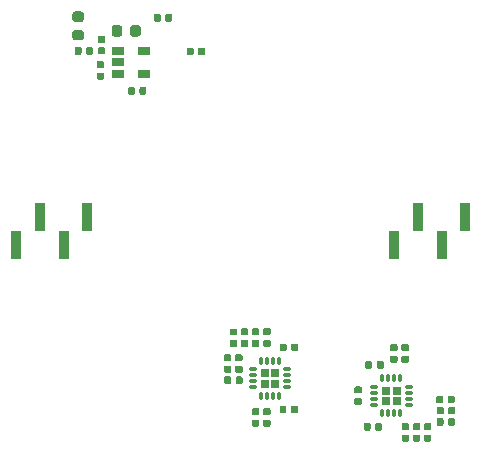
<source format=gbr>
G04 #@! TF.GenerationSoftware,KiCad,Pcbnew,5.1.5-52549c5~84~ubuntu18.04.1*
G04 #@! TF.CreationDate,2019-12-03T21:09:54-05:00*
G04 #@! TF.ProjectId,SwarmBot,53776172-6d42-46f7-942e-6b696361645f,rev?*
G04 #@! TF.SameCoordinates,Original*
G04 #@! TF.FileFunction,Paste,Top*
G04 #@! TF.FilePolarity,Positive*
%FSLAX46Y46*%
G04 Gerber Fmt 4.6, Leading zero omitted, Abs format (unit mm)*
G04 Created by KiCad (PCBNEW 5.1.5-52549c5~84~ubuntu18.04.1) date 2019-12-03 21:09:54*
%MOMM*%
%LPD*%
G04 APERTURE LIST*
%ADD10R,0.850000X2.350000*%
%ADD11R,0.730000X0.730000*%
%ADD12O,0.750000X0.300000*%
%ADD13O,0.300000X0.750000*%
%ADD14C,0.100000*%
%ADD15R,1.060000X0.650000*%
G04 APERTURE END LIST*
D10*
X13000000Y-1175000D03*
X17000000Y-1175000D03*
X15000000Y1175000D03*
X19000000Y1175000D03*
X-19000000Y-1175000D03*
X-15000000Y-1175000D03*
X-17000000Y1175000D03*
X-13000000Y1175000D03*
D11*
X2019160Y-12896120D03*
X2019160Y-11996120D03*
X2919160Y-11996120D03*
X2919160Y-12896120D03*
D12*
X994160Y-13196120D03*
X994160Y-12696120D03*
X994160Y-12196120D03*
X994160Y-11696120D03*
D13*
X1719160Y-10971120D03*
X2219160Y-10971120D03*
X2719160Y-10971120D03*
X3219160Y-10971120D03*
D12*
X3944160Y-11696120D03*
X3944160Y-12196120D03*
X3944160Y-12696120D03*
X3944160Y-13196120D03*
D13*
X3219160Y-13921120D03*
X2719160Y-13921120D03*
X2219160Y-13921120D03*
X1719160Y-13921120D03*
D11*
X13184880Y-13485360D03*
X13184880Y-14385360D03*
X12284880Y-14385360D03*
X12284880Y-13485360D03*
D12*
X14209880Y-13185360D03*
X14209880Y-13685360D03*
X14209880Y-14185360D03*
X14209880Y-14685360D03*
D13*
X13484880Y-15410360D03*
X12984880Y-15410360D03*
X12484880Y-15410360D03*
X11984880Y-15410360D03*
D12*
X11259880Y-14685360D03*
X11259880Y-14185360D03*
X11259880Y-13685360D03*
X11259880Y-13185360D03*
D13*
X11984880Y-12460360D03*
X12484880Y-12460360D03*
X12984880Y-12460360D03*
X13484880Y-12460360D03*
D14*
G36*
X3741958Y-9500710D02*
G01*
X3756276Y-9502834D01*
X3770317Y-9506351D01*
X3783946Y-9511228D01*
X3797031Y-9517417D01*
X3809447Y-9524858D01*
X3821073Y-9533481D01*
X3831798Y-9543202D01*
X3841519Y-9553927D01*
X3850142Y-9565553D01*
X3857583Y-9577969D01*
X3863772Y-9591054D01*
X3868649Y-9604683D01*
X3872166Y-9618724D01*
X3874290Y-9633042D01*
X3875000Y-9647500D01*
X3875000Y-9992500D01*
X3874290Y-10006958D01*
X3872166Y-10021276D01*
X3868649Y-10035317D01*
X3863772Y-10048946D01*
X3857583Y-10062031D01*
X3850142Y-10074447D01*
X3841519Y-10086073D01*
X3831798Y-10096798D01*
X3821073Y-10106519D01*
X3809447Y-10115142D01*
X3797031Y-10122583D01*
X3783946Y-10128772D01*
X3770317Y-10133649D01*
X3756276Y-10137166D01*
X3741958Y-10139290D01*
X3727500Y-10140000D01*
X3432500Y-10140000D01*
X3418042Y-10139290D01*
X3403724Y-10137166D01*
X3389683Y-10133649D01*
X3376054Y-10128772D01*
X3362969Y-10122583D01*
X3350553Y-10115142D01*
X3338927Y-10106519D01*
X3328202Y-10096798D01*
X3318481Y-10086073D01*
X3309858Y-10074447D01*
X3302417Y-10062031D01*
X3296228Y-10048946D01*
X3291351Y-10035317D01*
X3287834Y-10021276D01*
X3285710Y-10006958D01*
X3285000Y-9992500D01*
X3285000Y-9647500D01*
X3285710Y-9633042D01*
X3287834Y-9618724D01*
X3291351Y-9604683D01*
X3296228Y-9591054D01*
X3302417Y-9577969D01*
X3309858Y-9565553D01*
X3318481Y-9553927D01*
X3328202Y-9543202D01*
X3338927Y-9533481D01*
X3350553Y-9524858D01*
X3362969Y-9517417D01*
X3376054Y-9511228D01*
X3389683Y-9506351D01*
X3403724Y-9502834D01*
X3418042Y-9500710D01*
X3432500Y-9500000D01*
X3727500Y-9500000D01*
X3741958Y-9500710D01*
G37*
G36*
X4711958Y-9500710D02*
G01*
X4726276Y-9502834D01*
X4740317Y-9506351D01*
X4753946Y-9511228D01*
X4767031Y-9517417D01*
X4779447Y-9524858D01*
X4791073Y-9533481D01*
X4801798Y-9543202D01*
X4811519Y-9553927D01*
X4820142Y-9565553D01*
X4827583Y-9577969D01*
X4833772Y-9591054D01*
X4838649Y-9604683D01*
X4842166Y-9618724D01*
X4844290Y-9633042D01*
X4845000Y-9647500D01*
X4845000Y-9992500D01*
X4844290Y-10006958D01*
X4842166Y-10021276D01*
X4838649Y-10035317D01*
X4833772Y-10048946D01*
X4827583Y-10062031D01*
X4820142Y-10074447D01*
X4811519Y-10086073D01*
X4801798Y-10096798D01*
X4791073Y-10106519D01*
X4779447Y-10115142D01*
X4767031Y-10122583D01*
X4753946Y-10128772D01*
X4740317Y-10133649D01*
X4726276Y-10137166D01*
X4711958Y-10139290D01*
X4697500Y-10140000D01*
X4402500Y-10140000D01*
X4388042Y-10139290D01*
X4373724Y-10137166D01*
X4359683Y-10133649D01*
X4346054Y-10128772D01*
X4332969Y-10122583D01*
X4320553Y-10115142D01*
X4308927Y-10106519D01*
X4298202Y-10096798D01*
X4288481Y-10086073D01*
X4279858Y-10074447D01*
X4272417Y-10062031D01*
X4266228Y-10048946D01*
X4261351Y-10035317D01*
X4257834Y-10021276D01*
X4255710Y-10006958D01*
X4255000Y-9992500D01*
X4255000Y-9647500D01*
X4255710Y-9633042D01*
X4257834Y-9618724D01*
X4261351Y-9604683D01*
X4266228Y-9591054D01*
X4272417Y-9577969D01*
X4279858Y-9565553D01*
X4288481Y-9553927D01*
X4298202Y-9543202D01*
X4308927Y-9533481D01*
X4320553Y-9524858D01*
X4332969Y-9517417D01*
X4346054Y-9511228D01*
X4359683Y-9506351D01*
X4373724Y-9502834D01*
X4388042Y-9500710D01*
X4402500Y-9500000D01*
X4697500Y-9500000D01*
X4711958Y-9500710D01*
G37*
G36*
X3726958Y-14770710D02*
G01*
X3741276Y-14772834D01*
X3755317Y-14776351D01*
X3768946Y-14781228D01*
X3782031Y-14787417D01*
X3794447Y-14794858D01*
X3806073Y-14803481D01*
X3816798Y-14813202D01*
X3826519Y-14823927D01*
X3835142Y-14835553D01*
X3842583Y-14847969D01*
X3848772Y-14861054D01*
X3853649Y-14874683D01*
X3857166Y-14888724D01*
X3859290Y-14903042D01*
X3860000Y-14917500D01*
X3860000Y-15262500D01*
X3859290Y-15276958D01*
X3857166Y-15291276D01*
X3853649Y-15305317D01*
X3848772Y-15318946D01*
X3842583Y-15332031D01*
X3835142Y-15344447D01*
X3826519Y-15356073D01*
X3816798Y-15366798D01*
X3806073Y-15376519D01*
X3794447Y-15385142D01*
X3782031Y-15392583D01*
X3768946Y-15398772D01*
X3755317Y-15403649D01*
X3741276Y-15407166D01*
X3726958Y-15409290D01*
X3712500Y-15410000D01*
X3417500Y-15410000D01*
X3403042Y-15409290D01*
X3388724Y-15407166D01*
X3374683Y-15403649D01*
X3361054Y-15398772D01*
X3347969Y-15392583D01*
X3335553Y-15385142D01*
X3323927Y-15376519D01*
X3313202Y-15366798D01*
X3303481Y-15356073D01*
X3294858Y-15344447D01*
X3287417Y-15332031D01*
X3281228Y-15318946D01*
X3276351Y-15305317D01*
X3272834Y-15291276D01*
X3270710Y-15276958D01*
X3270000Y-15262500D01*
X3270000Y-14917500D01*
X3270710Y-14903042D01*
X3272834Y-14888724D01*
X3276351Y-14874683D01*
X3281228Y-14861054D01*
X3287417Y-14847969D01*
X3294858Y-14835553D01*
X3303481Y-14823927D01*
X3313202Y-14813202D01*
X3323927Y-14803481D01*
X3335553Y-14794858D01*
X3347969Y-14787417D01*
X3361054Y-14781228D01*
X3374683Y-14776351D01*
X3388724Y-14772834D01*
X3403042Y-14770710D01*
X3417500Y-14770000D01*
X3712500Y-14770000D01*
X3726958Y-14770710D01*
G37*
G36*
X4696958Y-14770710D02*
G01*
X4711276Y-14772834D01*
X4725317Y-14776351D01*
X4738946Y-14781228D01*
X4752031Y-14787417D01*
X4764447Y-14794858D01*
X4776073Y-14803481D01*
X4786798Y-14813202D01*
X4796519Y-14823927D01*
X4805142Y-14835553D01*
X4812583Y-14847969D01*
X4818772Y-14861054D01*
X4823649Y-14874683D01*
X4827166Y-14888724D01*
X4829290Y-14903042D01*
X4830000Y-14917500D01*
X4830000Y-15262500D01*
X4829290Y-15276958D01*
X4827166Y-15291276D01*
X4823649Y-15305317D01*
X4818772Y-15318946D01*
X4812583Y-15332031D01*
X4805142Y-15344447D01*
X4796519Y-15356073D01*
X4786798Y-15366798D01*
X4776073Y-15376519D01*
X4764447Y-15385142D01*
X4752031Y-15392583D01*
X4738946Y-15398772D01*
X4725317Y-15403649D01*
X4711276Y-15407166D01*
X4696958Y-15409290D01*
X4682500Y-15410000D01*
X4387500Y-15410000D01*
X4373042Y-15409290D01*
X4358724Y-15407166D01*
X4344683Y-15403649D01*
X4331054Y-15398772D01*
X4317969Y-15392583D01*
X4305553Y-15385142D01*
X4293927Y-15376519D01*
X4283202Y-15366798D01*
X4273481Y-15356073D01*
X4264858Y-15344447D01*
X4257417Y-15332031D01*
X4251228Y-15318946D01*
X4246351Y-15305317D01*
X4242834Y-15291276D01*
X4240710Y-15276958D01*
X4240000Y-15262500D01*
X4240000Y-14917500D01*
X4240710Y-14903042D01*
X4242834Y-14888724D01*
X4246351Y-14874683D01*
X4251228Y-14861054D01*
X4257417Y-14847969D01*
X4264858Y-14835553D01*
X4273481Y-14823927D01*
X4283202Y-14813202D01*
X4293927Y-14803481D01*
X4305553Y-14794858D01*
X4317969Y-14787417D01*
X4331054Y-14781228D01*
X4344683Y-14776351D01*
X4358724Y-14772834D01*
X4373042Y-14770710D01*
X4387500Y-14770000D01*
X4682500Y-14770000D01*
X4696958Y-14770710D01*
G37*
G36*
X486958Y-8225710D02*
G01*
X501276Y-8227834D01*
X515317Y-8231351D01*
X528946Y-8236228D01*
X542031Y-8242417D01*
X554447Y-8249858D01*
X566073Y-8258481D01*
X576798Y-8268202D01*
X586519Y-8278927D01*
X595142Y-8290553D01*
X602583Y-8302969D01*
X608772Y-8316054D01*
X613649Y-8329683D01*
X617166Y-8343724D01*
X619290Y-8358042D01*
X620000Y-8372500D01*
X620000Y-8667500D01*
X619290Y-8681958D01*
X617166Y-8696276D01*
X613649Y-8710317D01*
X608772Y-8723946D01*
X602583Y-8737031D01*
X595142Y-8749447D01*
X586519Y-8761073D01*
X576798Y-8771798D01*
X566073Y-8781519D01*
X554447Y-8790142D01*
X542031Y-8797583D01*
X528946Y-8803772D01*
X515317Y-8808649D01*
X501276Y-8812166D01*
X486958Y-8814290D01*
X472500Y-8815000D01*
X127500Y-8815000D01*
X113042Y-8814290D01*
X98724Y-8812166D01*
X84683Y-8808649D01*
X71054Y-8803772D01*
X57969Y-8797583D01*
X45553Y-8790142D01*
X33927Y-8781519D01*
X23202Y-8771798D01*
X13481Y-8761073D01*
X4858Y-8749447D01*
X-2583Y-8737031D01*
X-8772Y-8723946D01*
X-13649Y-8710317D01*
X-17166Y-8696276D01*
X-19290Y-8681958D01*
X-20000Y-8667500D01*
X-20000Y-8372500D01*
X-19290Y-8358042D01*
X-17166Y-8343724D01*
X-13649Y-8329683D01*
X-8772Y-8316054D01*
X-2583Y-8302969D01*
X4858Y-8290553D01*
X13481Y-8278927D01*
X23202Y-8268202D01*
X33927Y-8258481D01*
X45553Y-8249858D01*
X57969Y-8242417D01*
X71054Y-8236228D01*
X84683Y-8231351D01*
X98724Y-8227834D01*
X113042Y-8225710D01*
X127500Y-8225000D01*
X472500Y-8225000D01*
X486958Y-8225710D01*
G37*
G36*
X486958Y-9195710D02*
G01*
X501276Y-9197834D01*
X515317Y-9201351D01*
X528946Y-9206228D01*
X542031Y-9212417D01*
X554447Y-9219858D01*
X566073Y-9228481D01*
X576798Y-9238202D01*
X586519Y-9248927D01*
X595142Y-9260553D01*
X602583Y-9272969D01*
X608772Y-9286054D01*
X613649Y-9299683D01*
X617166Y-9313724D01*
X619290Y-9328042D01*
X620000Y-9342500D01*
X620000Y-9637500D01*
X619290Y-9651958D01*
X617166Y-9666276D01*
X613649Y-9680317D01*
X608772Y-9693946D01*
X602583Y-9707031D01*
X595142Y-9719447D01*
X586519Y-9731073D01*
X576798Y-9741798D01*
X566073Y-9751519D01*
X554447Y-9760142D01*
X542031Y-9767583D01*
X528946Y-9773772D01*
X515317Y-9778649D01*
X501276Y-9782166D01*
X486958Y-9784290D01*
X472500Y-9785000D01*
X127500Y-9785000D01*
X113042Y-9784290D01*
X98724Y-9782166D01*
X84683Y-9778649D01*
X71054Y-9773772D01*
X57969Y-9767583D01*
X45553Y-9760142D01*
X33927Y-9751519D01*
X23202Y-9741798D01*
X13481Y-9731073D01*
X4858Y-9719447D01*
X-2583Y-9707031D01*
X-8772Y-9693946D01*
X-13649Y-9680317D01*
X-17166Y-9666276D01*
X-19290Y-9651958D01*
X-20000Y-9637500D01*
X-20000Y-9342500D01*
X-19290Y-9328042D01*
X-17166Y-9313724D01*
X-13649Y-9299683D01*
X-8772Y-9286054D01*
X-2583Y-9272969D01*
X4858Y-9260553D01*
X13481Y-9248927D01*
X23202Y-9238202D01*
X33927Y-9228481D01*
X45553Y-9219858D01*
X57969Y-9212417D01*
X71054Y-9206228D01*
X84683Y-9201351D01*
X98724Y-9197834D01*
X113042Y-9195710D01*
X127500Y-9195000D01*
X472500Y-9195000D01*
X486958Y-9195710D01*
G37*
G36*
X2376298Y-14983510D02*
G01*
X2390616Y-14985634D01*
X2404657Y-14989151D01*
X2418286Y-14994028D01*
X2431371Y-15000217D01*
X2443787Y-15007658D01*
X2455413Y-15016281D01*
X2466138Y-15026002D01*
X2475859Y-15036727D01*
X2484482Y-15048353D01*
X2491923Y-15060769D01*
X2498112Y-15073854D01*
X2502989Y-15087483D01*
X2506506Y-15101524D01*
X2508630Y-15115842D01*
X2509340Y-15130300D01*
X2509340Y-15425300D01*
X2508630Y-15439758D01*
X2506506Y-15454076D01*
X2502989Y-15468117D01*
X2498112Y-15481746D01*
X2491923Y-15494831D01*
X2484482Y-15507247D01*
X2475859Y-15518873D01*
X2466138Y-15529598D01*
X2455413Y-15539319D01*
X2443787Y-15547942D01*
X2431371Y-15555383D01*
X2418286Y-15561572D01*
X2404657Y-15566449D01*
X2390616Y-15569966D01*
X2376298Y-15572090D01*
X2361840Y-15572800D01*
X2016840Y-15572800D01*
X2002382Y-15572090D01*
X1988064Y-15569966D01*
X1974023Y-15566449D01*
X1960394Y-15561572D01*
X1947309Y-15555383D01*
X1934893Y-15547942D01*
X1923267Y-15539319D01*
X1912542Y-15529598D01*
X1902821Y-15518873D01*
X1894198Y-15507247D01*
X1886757Y-15494831D01*
X1880568Y-15481746D01*
X1875691Y-15468117D01*
X1872174Y-15454076D01*
X1870050Y-15439758D01*
X1869340Y-15425300D01*
X1869340Y-15130300D01*
X1870050Y-15115842D01*
X1872174Y-15101524D01*
X1875691Y-15087483D01*
X1880568Y-15073854D01*
X1886757Y-15060769D01*
X1894198Y-15048353D01*
X1902821Y-15036727D01*
X1912542Y-15026002D01*
X1923267Y-15016281D01*
X1934893Y-15007658D01*
X1947309Y-15000217D01*
X1960394Y-14994028D01*
X1974023Y-14989151D01*
X1988064Y-14985634D01*
X2002382Y-14983510D01*
X2016840Y-14982800D01*
X2361840Y-14982800D01*
X2376298Y-14983510D01*
G37*
G36*
X2376298Y-15953510D02*
G01*
X2390616Y-15955634D01*
X2404657Y-15959151D01*
X2418286Y-15964028D01*
X2431371Y-15970217D01*
X2443787Y-15977658D01*
X2455413Y-15986281D01*
X2466138Y-15996002D01*
X2475859Y-16006727D01*
X2484482Y-16018353D01*
X2491923Y-16030769D01*
X2498112Y-16043854D01*
X2502989Y-16057483D01*
X2506506Y-16071524D01*
X2508630Y-16085842D01*
X2509340Y-16100300D01*
X2509340Y-16395300D01*
X2508630Y-16409758D01*
X2506506Y-16424076D01*
X2502989Y-16438117D01*
X2498112Y-16451746D01*
X2491923Y-16464831D01*
X2484482Y-16477247D01*
X2475859Y-16488873D01*
X2466138Y-16499598D01*
X2455413Y-16509319D01*
X2443787Y-16517942D01*
X2431371Y-16525383D01*
X2418286Y-16531572D01*
X2404657Y-16536449D01*
X2390616Y-16539966D01*
X2376298Y-16542090D01*
X2361840Y-16542800D01*
X2016840Y-16542800D01*
X2002382Y-16542090D01*
X1988064Y-16539966D01*
X1974023Y-16536449D01*
X1960394Y-16531572D01*
X1947309Y-16525383D01*
X1934893Y-16517942D01*
X1923267Y-16509319D01*
X1912542Y-16499598D01*
X1902821Y-16488873D01*
X1894198Y-16477247D01*
X1886757Y-16464831D01*
X1880568Y-16451746D01*
X1875691Y-16438117D01*
X1872174Y-16424076D01*
X1870050Y-16409758D01*
X1869340Y-16395300D01*
X1869340Y-16100300D01*
X1870050Y-16085842D01*
X1872174Y-16071524D01*
X1875691Y-16057483D01*
X1880568Y-16043854D01*
X1886757Y-16030769D01*
X1894198Y-16018353D01*
X1902821Y-16006727D01*
X1912542Y-15996002D01*
X1923267Y-15986281D01*
X1934893Y-15977658D01*
X1947309Y-15970217D01*
X1960394Y-15964028D01*
X1974023Y-15959151D01*
X1988064Y-15955634D01*
X2002382Y-15953510D01*
X2016840Y-15952800D01*
X2361840Y-15952800D01*
X2376298Y-15953510D01*
G37*
G36*
X1426958Y-8220710D02*
G01*
X1441276Y-8222834D01*
X1455317Y-8226351D01*
X1468946Y-8231228D01*
X1482031Y-8237417D01*
X1494447Y-8244858D01*
X1506073Y-8253481D01*
X1516798Y-8263202D01*
X1526519Y-8273927D01*
X1535142Y-8285553D01*
X1542583Y-8297969D01*
X1548772Y-8311054D01*
X1553649Y-8324683D01*
X1557166Y-8338724D01*
X1559290Y-8353042D01*
X1560000Y-8367500D01*
X1560000Y-8662500D01*
X1559290Y-8676958D01*
X1557166Y-8691276D01*
X1553649Y-8705317D01*
X1548772Y-8718946D01*
X1542583Y-8732031D01*
X1535142Y-8744447D01*
X1526519Y-8756073D01*
X1516798Y-8766798D01*
X1506073Y-8776519D01*
X1494447Y-8785142D01*
X1482031Y-8792583D01*
X1468946Y-8798772D01*
X1455317Y-8803649D01*
X1441276Y-8807166D01*
X1426958Y-8809290D01*
X1412500Y-8810000D01*
X1067500Y-8810000D01*
X1053042Y-8809290D01*
X1038724Y-8807166D01*
X1024683Y-8803649D01*
X1011054Y-8798772D01*
X997969Y-8792583D01*
X985553Y-8785142D01*
X973927Y-8776519D01*
X963202Y-8766798D01*
X953481Y-8756073D01*
X944858Y-8744447D01*
X937417Y-8732031D01*
X931228Y-8718946D01*
X926351Y-8705317D01*
X922834Y-8691276D01*
X920710Y-8676958D01*
X920000Y-8662500D01*
X920000Y-8367500D01*
X920710Y-8353042D01*
X922834Y-8338724D01*
X926351Y-8324683D01*
X931228Y-8311054D01*
X937417Y-8297969D01*
X944858Y-8285553D01*
X953481Y-8273927D01*
X963202Y-8263202D01*
X973927Y-8253481D01*
X985553Y-8244858D01*
X997969Y-8237417D01*
X1011054Y-8231228D01*
X1024683Y-8226351D01*
X1038724Y-8222834D01*
X1053042Y-8220710D01*
X1067500Y-8220000D01*
X1412500Y-8220000D01*
X1426958Y-8220710D01*
G37*
G36*
X1426958Y-9190710D02*
G01*
X1441276Y-9192834D01*
X1455317Y-9196351D01*
X1468946Y-9201228D01*
X1482031Y-9207417D01*
X1494447Y-9214858D01*
X1506073Y-9223481D01*
X1516798Y-9233202D01*
X1526519Y-9243927D01*
X1535142Y-9255553D01*
X1542583Y-9267969D01*
X1548772Y-9281054D01*
X1553649Y-9294683D01*
X1557166Y-9308724D01*
X1559290Y-9323042D01*
X1560000Y-9337500D01*
X1560000Y-9632500D01*
X1559290Y-9646958D01*
X1557166Y-9661276D01*
X1553649Y-9675317D01*
X1548772Y-9688946D01*
X1542583Y-9702031D01*
X1535142Y-9714447D01*
X1526519Y-9726073D01*
X1516798Y-9736798D01*
X1506073Y-9746519D01*
X1494447Y-9755142D01*
X1482031Y-9762583D01*
X1468946Y-9768772D01*
X1455317Y-9773649D01*
X1441276Y-9777166D01*
X1426958Y-9779290D01*
X1412500Y-9780000D01*
X1067500Y-9780000D01*
X1053042Y-9779290D01*
X1038724Y-9777166D01*
X1024683Y-9773649D01*
X1011054Y-9768772D01*
X997969Y-9762583D01*
X985553Y-9755142D01*
X973927Y-9746519D01*
X963202Y-9736798D01*
X953481Y-9726073D01*
X944858Y-9714447D01*
X937417Y-9702031D01*
X931228Y-9688946D01*
X926351Y-9675317D01*
X922834Y-9661276D01*
X920710Y-9646958D01*
X920000Y-9632500D01*
X920000Y-9337500D01*
X920710Y-9323042D01*
X922834Y-9308724D01*
X926351Y-9294683D01*
X931228Y-9281054D01*
X937417Y-9267969D01*
X944858Y-9255553D01*
X953481Y-9243927D01*
X963202Y-9233202D01*
X973927Y-9223481D01*
X985553Y-9214858D01*
X997969Y-9207417D01*
X1011054Y-9201228D01*
X1024683Y-9196351D01*
X1038724Y-9192834D01*
X1053042Y-9190710D01*
X1067500Y-9190000D01*
X1412500Y-9190000D01*
X1426958Y-9190710D01*
G37*
G36*
X1436958Y-14975710D02*
G01*
X1451276Y-14977834D01*
X1465317Y-14981351D01*
X1478946Y-14986228D01*
X1492031Y-14992417D01*
X1504447Y-14999858D01*
X1516073Y-15008481D01*
X1526798Y-15018202D01*
X1536519Y-15028927D01*
X1545142Y-15040553D01*
X1552583Y-15052969D01*
X1558772Y-15066054D01*
X1563649Y-15079683D01*
X1567166Y-15093724D01*
X1569290Y-15108042D01*
X1570000Y-15122500D01*
X1570000Y-15417500D01*
X1569290Y-15431958D01*
X1567166Y-15446276D01*
X1563649Y-15460317D01*
X1558772Y-15473946D01*
X1552583Y-15487031D01*
X1545142Y-15499447D01*
X1536519Y-15511073D01*
X1526798Y-15521798D01*
X1516073Y-15531519D01*
X1504447Y-15540142D01*
X1492031Y-15547583D01*
X1478946Y-15553772D01*
X1465317Y-15558649D01*
X1451276Y-15562166D01*
X1436958Y-15564290D01*
X1422500Y-15565000D01*
X1077500Y-15565000D01*
X1063042Y-15564290D01*
X1048724Y-15562166D01*
X1034683Y-15558649D01*
X1021054Y-15553772D01*
X1007969Y-15547583D01*
X995553Y-15540142D01*
X983927Y-15531519D01*
X973202Y-15521798D01*
X963481Y-15511073D01*
X954858Y-15499447D01*
X947417Y-15487031D01*
X941228Y-15473946D01*
X936351Y-15460317D01*
X932834Y-15446276D01*
X930710Y-15431958D01*
X930000Y-15417500D01*
X930000Y-15122500D01*
X930710Y-15108042D01*
X932834Y-15093724D01*
X936351Y-15079683D01*
X941228Y-15066054D01*
X947417Y-15052969D01*
X954858Y-15040553D01*
X963481Y-15028927D01*
X973202Y-15018202D01*
X983927Y-15008481D01*
X995553Y-14999858D01*
X1007969Y-14992417D01*
X1021054Y-14986228D01*
X1034683Y-14981351D01*
X1048724Y-14977834D01*
X1063042Y-14975710D01*
X1077500Y-14975000D01*
X1422500Y-14975000D01*
X1436958Y-14975710D01*
G37*
G36*
X1436958Y-15945710D02*
G01*
X1451276Y-15947834D01*
X1465317Y-15951351D01*
X1478946Y-15956228D01*
X1492031Y-15962417D01*
X1504447Y-15969858D01*
X1516073Y-15978481D01*
X1526798Y-15988202D01*
X1536519Y-15998927D01*
X1545142Y-16010553D01*
X1552583Y-16022969D01*
X1558772Y-16036054D01*
X1563649Y-16049683D01*
X1567166Y-16063724D01*
X1569290Y-16078042D01*
X1570000Y-16092500D01*
X1570000Y-16387500D01*
X1569290Y-16401958D01*
X1567166Y-16416276D01*
X1563649Y-16430317D01*
X1558772Y-16443946D01*
X1552583Y-16457031D01*
X1545142Y-16469447D01*
X1536519Y-16481073D01*
X1526798Y-16491798D01*
X1516073Y-16501519D01*
X1504447Y-16510142D01*
X1492031Y-16517583D01*
X1478946Y-16523772D01*
X1465317Y-16528649D01*
X1451276Y-16532166D01*
X1436958Y-16534290D01*
X1422500Y-16535000D01*
X1077500Y-16535000D01*
X1063042Y-16534290D01*
X1048724Y-16532166D01*
X1034683Y-16528649D01*
X1021054Y-16523772D01*
X1007969Y-16517583D01*
X995553Y-16510142D01*
X983927Y-16501519D01*
X973202Y-16491798D01*
X963481Y-16481073D01*
X954858Y-16469447D01*
X947417Y-16457031D01*
X941228Y-16443946D01*
X936351Y-16430317D01*
X932834Y-16416276D01*
X930710Y-16401958D01*
X930000Y-16387500D01*
X930000Y-16092500D01*
X930710Y-16078042D01*
X932834Y-16063724D01*
X936351Y-16049683D01*
X941228Y-16036054D01*
X947417Y-16022969D01*
X954858Y-16010553D01*
X963481Y-15998927D01*
X973202Y-15988202D01*
X983927Y-15978481D01*
X995553Y-15969858D01*
X1007969Y-15962417D01*
X1021054Y-15956228D01*
X1034683Y-15951351D01*
X1048724Y-15947834D01*
X1063042Y-15945710D01*
X1077500Y-15945000D01*
X1422500Y-15945000D01*
X1436958Y-15945710D01*
G37*
G36*
X2386958Y-9185710D02*
G01*
X2401276Y-9187834D01*
X2415317Y-9191351D01*
X2428946Y-9196228D01*
X2442031Y-9202417D01*
X2454447Y-9209858D01*
X2466073Y-9218481D01*
X2476798Y-9228202D01*
X2486519Y-9238927D01*
X2495142Y-9250553D01*
X2502583Y-9262969D01*
X2508772Y-9276054D01*
X2513649Y-9289683D01*
X2517166Y-9303724D01*
X2519290Y-9318042D01*
X2520000Y-9332500D01*
X2520000Y-9627500D01*
X2519290Y-9641958D01*
X2517166Y-9656276D01*
X2513649Y-9670317D01*
X2508772Y-9683946D01*
X2502583Y-9697031D01*
X2495142Y-9709447D01*
X2486519Y-9721073D01*
X2476798Y-9731798D01*
X2466073Y-9741519D01*
X2454447Y-9750142D01*
X2442031Y-9757583D01*
X2428946Y-9763772D01*
X2415317Y-9768649D01*
X2401276Y-9772166D01*
X2386958Y-9774290D01*
X2372500Y-9775000D01*
X2027500Y-9775000D01*
X2013042Y-9774290D01*
X1998724Y-9772166D01*
X1984683Y-9768649D01*
X1971054Y-9763772D01*
X1957969Y-9757583D01*
X1945553Y-9750142D01*
X1933927Y-9741519D01*
X1923202Y-9731798D01*
X1913481Y-9721073D01*
X1904858Y-9709447D01*
X1897417Y-9697031D01*
X1891228Y-9683946D01*
X1886351Y-9670317D01*
X1882834Y-9656276D01*
X1880710Y-9641958D01*
X1880000Y-9627500D01*
X1880000Y-9332500D01*
X1880710Y-9318042D01*
X1882834Y-9303724D01*
X1886351Y-9289683D01*
X1891228Y-9276054D01*
X1897417Y-9262969D01*
X1904858Y-9250553D01*
X1913481Y-9238927D01*
X1923202Y-9228202D01*
X1933927Y-9218481D01*
X1945553Y-9209858D01*
X1957969Y-9202417D01*
X1971054Y-9196228D01*
X1984683Y-9191351D01*
X1998724Y-9187834D01*
X2013042Y-9185710D01*
X2027500Y-9185000D01*
X2372500Y-9185000D01*
X2386958Y-9185710D01*
G37*
G36*
X2386958Y-8215710D02*
G01*
X2401276Y-8217834D01*
X2415317Y-8221351D01*
X2428946Y-8226228D01*
X2442031Y-8232417D01*
X2454447Y-8239858D01*
X2466073Y-8248481D01*
X2476798Y-8258202D01*
X2486519Y-8268927D01*
X2495142Y-8280553D01*
X2502583Y-8292969D01*
X2508772Y-8306054D01*
X2513649Y-8319683D01*
X2517166Y-8333724D01*
X2519290Y-8348042D01*
X2520000Y-8362500D01*
X2520000Y-8657500D01*
X2519290Y-8671958D01*
X2517166Y-8686276D01*
X2513649Y-8700317D01*
X2508772Y-8713946D01*
X2502583Y-8727031D01*
X2495142Y-8739447D01*
X2486519Y-8751073D01*
X2476798Y-8761798D01*
X2466073Y-8771519D01*
X2454447Y-8780142D01*
X2442031Y-8787583D01*
X2428946Y-8793772D01*
X2415317Y-8798649D01*
X2401276Y-8802166D01*
X2386958Y-8804290D01*
X2372500Y-8805000D01*
X2027500Y-8805000D01*
X2013042Y-8804290D01*
X1998724Y-8802166D01*
X1984683Y-8798649D01*
X1971054Y-8793772D01*
X1957969Y-8787583D01*
X1945553Y-8780142D01*
X1933927Y-8771519D01*
X1923202Y-8761798D01*
X1913481Y-8751073D01*
X1904858Y-8739447D01*
X1897417Y-8727031D01*
X1891228Y-8713946D01*
X1886351Y-8700317D01*
X1882834Y-8686276D01*
X1880710Y-8671958D01*
X1880000Y-8657500D01*
X1880000Y-8362500D01*
X1880710Y-8348042D01*
X1882834Y-8333724D01*
X1886351Y-8319683D01*
X1891228Y-8306054D01*
X1897417Y-8292969D01*
X1904858Y-8280553D01*
X1913481Y-8268927D01*
X1923202Y-8258202D01*
X1933927Y-8248481D01*
X1945553Y-8239858D01*
X1957969Y-8232417D01*
X1971054Y-8226228D01*
X1984683Y-8221351D01*
X1998724Y-8217834D01*
X2013042Y-8215710D01*
X2027500Y-8215000D01*
X2372500Y-8215000D01*
X2386958Y-8215710D01*
G37*
G36*
X6958Y-11385710D02*
G01*
X21276Y-11387834D01*
X35317Y-11391351D01*
X48946Y-11396228D01*
X62031Y-11402417D01*
X74447Y-11409858D01*
X86073Y-11418481D01*
X96798Y-11428202D01*
X106519Y-11438927D01*
X115142Y-11450553D01*
X122583Y-11462969D01*
X128772Y-11476054D01*
X133649Y-11489683D01*
X137166Y-11503724D01*
X139290Y-11518042D01*
X140000Y-11532500D01*
X140000Y-11827500D01*
X139290Y-11841958D01*
X137166Y-11856276D01*
X133649Y-11870317D01*
X128772Y-11883946D01*
X122583Y-11897031D01*
X115142Y-11909447D01*
X106519Y-11921073D01*
X96798Y-11931798D01*
X86073Y-11941519D01*
X74447Y-11950142D01*
X62031Y-11957583D01*
X48946Y-11963772D01*
X35317Y-11968649D01*
X21276Y-11972166D01*
X6958Y-11974290D01*
X-7500Y-11975000D01*
X-352500Y-11975000D01*
X-366958Y-11974290D01*
X-381276Y-11972166D01*
X-395317Y-11968649D01*
X-408946Y-11963772D01*
X-422031Y-11957583D01*
X-434447Y-11950142D01*
X-446073Y-11941519D01*
X-456798Y-11931798D01*
X-466519Y-11921073D01*
X-475142Y-11909447D01*
X-482583Y-11897031D01*
X-488772Y-11883946D01*
X-493649Y-11870317D01*
X-497166Y-11856276D01*
X-499290Y-11841958D01*
X-500000Y-11827500D01*
X-500000Y-11532500D01*
X-499290Y-11518042D01*
X-497166Y-11503724D01*
X-493649Y-11489683D01*
X-488772Y-11476054D01*
X-482583Y-11462969D01*
X-475142Y-11450553D01*
X-466519Y-11438927D01*
X-456798Y-11428202D01*
X-446073Y-11418481D01*
X-434447Y-11409858D01*
X-422031Y-11402417D01*
X-408946Y-11396228D01*
X-395317Y-11391351D01*
X-381276Y-11387834D01*
X-366958Y-11385710D01*
X-352500Y-11385000D01*
X-7500Y-11385000D01*
X6958Y-11385710D01*
G37*
G36*
X6958Y-10415710D02*
G01*
X21276Y-10417834D01*
X35317Y-10421351D01*
X48946Y-10426228D01*
X62031Y-10432417D01*
X74447Y-10439858D01*
X86073Y-10448481D01*
X96798Y-10458202D01*
X106519Y-10468927D01*
X115142Y-10480553D01*
X122583Y-10492969D01*
X128772Y-10506054D01*
X133649Y-10519683D01*
X137166Y-10533724D01*
X139290Y-10548042D01*
X140000Y-10562500D01*
X140000Y-10857500D01*
X139290Y-10871958D01*
X137166Y-10886276D01*
X133649Y-10900317D01*
X128772Y-10913946D01*
X122583Y-10927031D01*
X115142Y-10939447D01*
X106519Y-10951073D01*
X96798Y-10961798D01*
X86073Y-10971519D01*
X74447Y-10980142D01*
X62031Y-10987583D01*
X48946Y-10993772D01*
X35317Y-10998649D01*
X21276Y-11002166D01*
X6958Y-11004290D01*
X-7500Y-11005000D01*
X-352500Y-11005000D01*
X-366958Y-11004290D01*
X-381276Y-11002166D01*
X-395317Y-10998649D01*
X-408946Y-10993772D01*
X-422031Y-10987583D01*
X-434447Y-10980142D01*
X-446073Y-10971519D01*
X-456798Y-10961798D01*
X-466519Y-10951073D01*
X-475142Y-10939447D01*
X-482583Y-10927031D01*
X-488772Y-10913946D01*
X-493649Y-10900317D01*
X-497166Y-10886276D01*
X-499290Y-10871958D01*
X-500000Y-10857500D01*
X-500000Y-10562500D01*
X-499290Y-10548042D01*
X-497166Y-10533724D01*
X-493649Y-10519683D01*
X-488772Y-10506054D01*
X-482583Y-10492969D01*
X-475142Y-10480553D01*
X-466519Y-10468927D01*
X-456798Y-10458202D01*
X-446073Y-10448481D01*
X-434447Y-10439858D01*
X-422031Y-10432417D01*
X-408946Y-10426228D01*
X-395317Y-10421351D01*
X-381276Y-10417834D01*
X-366958Y-10415710D01*
X-352500Y-10415000D01*
X-7500Y-10415000D01*
X6958Y-10415710D01*
G37*
G36*
X11815198Y-16236430D02*
G01*
X11829516Y-16238554D01*
X11843557Y-16242071D01*
X11857186Y-16246948D01*
X11870271Y-16253137D01*
X11882687Y-16260578D01*
X11894313Y-16269201D01*
X11905038Y-16278922D01*
X11914759Y-16289647D01*
X11923382Y-16301273D01*
X11930823Y-16313689D01*
X11937012Y-16326774D01*
X11941889Y-16340403D01*
X11945406Y-16354444D01*
X11947530Y-16368762D01*
X11948240Y-16383220D01*
X11948240Y-16728220D01*
X11947530Y-16742678D01*
X11945406Y-16756996D01*
X11941889Y-16771037D01*
X11937012Y-16784666D01*
X11930823Y-16797751D01*
X11923382Y-16810167D01*
X11914759Y-16821793D01*
X11905038Y-16832518D01*
X11894313Y-16842239D01*
X11882687Y-16850862D01*
X11870271Y-16858303D01*
X11857186Y-16864492D01*
X11843557Y-16869369D01*
X11829516Y-16872886D01*
X11815198Y-16875010D01*
X11800740Y-16875720D01*
X11505740Y-16875720D01*
X11491282Y-16875010D01*
X11476964Y-16872886D01*
X11462923Y-16869369D01*
X11449294Y-16864492D01*
X11436209Y-16858303D01*
X11423793Y-16850862D01*
X11412167Y-16842239D01*
X11401442Y-16832518D01*
X11391721Y-16821793D01*
X11383098Y-16810167D01*
X11375657Y-16797751D01*
X11369468Y-16784666D01*
X11364591Y-16771037D01*
X11361074Y-16756996D01*
X11358950Y-16742678D01*
X11358240Y-16728220D01*
X11358240Y-16383220D01*
X11358950Y-16368762D01*
X11361074Y-16354444D01*
X11364591Y-16340403D01*
X11369468Y-16326774D01*
X11375657Y-16313689D01*
X11383098Y-16301273D01*
X11391721Y-16289647D01*
X11401442Y-16278922D01*
X11412167Y-16269201D01*
X11423793Y-16260578D01*
X11436209Y-16253137D01*
X11449294Y-16246948D01*
X11462923Y-16242071D01*
X11476964Y-16238554D01*
X11491282Y-16236430D01*
X11505740Y-16235720D01*
X11800740Y-16235720D01*
X11815198Y-16236430D01*
G37*
G36*
X10845198Y-16236430D02*
G01*
X10859516Y-16238554D01*
X10873557Y-16242071D01*
X10887186Y-16246948D01*
X10900271Y-16253137D01*
X10912687Y-16260578D01*
X10924313Y-16269201D01*
X10935038Y-16278922D01*
X10944759Y-16289647D01*
X10953382Y-16301273D01*
X10960823Y-16313689D01*
X10967012Y-16326774D01*
X10971889Y-16340403D01*
X10975406Y-16354444D01*
X10977530Y-16368762D01*
X10978240Y-16383220D01*
X10978240Y-16728220D01*
X10977530Y-16742678D01*
X10975406Y-16756996D01*
X10971889Y-16771037D01*
X10967012Y-16784666D01*
X10960823Y-16797751D01*
X10953382Y-16810167D01*
X10944759Y-16821793D01*
X10935038Y-16832518D01*
X10924313Y-16842239D01*
X10912687Y-16850862D01*
X10900271Y-16858303D01*
X10887186Y-16864492D01*
X10873557Y-16869369D01*
X10859516Y-16872886D01*
X10845198Y-16875010D01*
X10830740Y-16875720D01*
X10535740Y-16875720D01*
X10521282Y-16875010D01*
X10506964Y-16872886D01*
X10492923Y-16869369D01*
X10479294Y-16864492D01*
X10466209Y-16858303D01*
X10453793Y-16850862D01*
X10442167Y-16842239D01*
X10431442Y-16832518D01*
X10421721Y-16821793D01*
X10413098Y-16810167D01*
X10405657Y-16797751D01*
X10399468Y-16784666D01*
X10394591Y-16771037D01*
X10391074Y-16756996D01*
X10388950Y-16742678D01*
X10388240Y-16728220D01*
X10388240Y-16383220D01*
X10388950Y-16368762D01*
X10391074Y-16354444D01*
X10394591Y-16340403D01*
X10399468Y-16326774D01*
X10405657Y-16313689D01*
X10413098Y-16301273D01*
X10421721Y-16289647D01*
X10431442Y-16278922D01*
X10442167Y-16269201D01*
X10453793Y-16260578D01*
X10466209Y-16253137D01*
X10479294Y-16246948D01*
X10492923Y-16242071D01*
X10506964Y-16238554D01*
X10521282Y-16236430D01*
X10535740Y-16235720D01*
X10830740Y-16235720D01*
X10845198Y-16236430D01*
G37*
G36*
X11947558Y-10988790D02*
G01*
X11961876Y-10990914D01*
X11975917Y-10994431D01*
X11989546Y-10999308D01*
X12002631Y-11005497D01*
X12015047Y-11012938D01*
X12026673Y-11021561D01*
X12037398Y-11031282D01*
X12047119Y-11042007D01*
X12055742Y-11053633D01*
X12063183Y-11066049D01*
X12069372Y-11079134D01*
X12074249Y-11092763D01*
X12077766Y-11106804D01*
X12079890Y-11121122D01*
X12080600Y-11135580D01*
X12080600Y-11480580D01*
X12079890Y-11495038D01*
X12077766Y-11509356D01*
X12074249Y-11523397D01*
X12069372Y-11537026D01*
X12063183Y-11550111D01*
X12055742Y-11562527D01*
X12047119Y-11574153D01*
X12037398Y-11584878D01*
X12026673Y-11594599D01*
X12015047Y-11603222D01*
X12002631Y-11610663D01*
X11989546Y-11616852D01*
X11975917Y-11621729D01*
X11961876Y-11625246D01*
X11947558Y-11627370D01*
X11933100Y-11628080D01*
X11638100Y-11628080D01*
X11623642Y-11627370D01*
X11609324Y-11625246D01*
X11595283Y-11621729D01*
X11581654Y-11616852D01*
X11568569Y-11610663D01*
X11556153Y-11603222D01*
X11544527Y-11594599D01*
X11533802Y-11584878D01*
X11524081Y-11574153D01*
X11515458Y-11562527D01*
X11508017Y-11550111D01*
X11501828Y-11537026D01*
X11496951Y-11523397D01*
X11493434Y-11509356D01*
X11491310Y-11495038D01*
X11490600Y-11480580D01*
X11490600Y-11135580D01*
X11491310Y-11121122D01*
X11493434Y-11106804D01*
X11496951Y-11092763D01*
X11501828Y-11079134D01*
X11508017Y-11066049D01*
X11515458Y-11053633D01*
X11524081Y-11042007D01*
X11533802Y-11031282D01*
X11544527Y-11021561D01*
X11556153Y-11012938D01*
X11568569Y-11005497D01*
X11581654Y-10999308D01*
X11595283Y-10994431D01*
X11609324Y-10990914D01*
X11623642Y-10988790D01*
X11638100Y-10988080D01*
X11933100Y-10988080D01*
X11947558Y-10988790D01*
G37*
G36*
X10977558Y-10988790D02*
G01*
X10991876Y-10990914D01*
X11005917Y-10994431D01*
X11019546Y-10999308D01*
X11032631Y-11005497D01*
X11045047Y-11012938D01*
X11056673Y-11021561D01*
X11067398Y-11031282D01*
X11077119Y-11042007D01*
X11085742Y-11053633D01*
X11093183Y-11066049D01*
X11099372Y-11079134D01*
X11104249Y-11092763D01*
X11107766Y-11106804D01*
X11109890Y-11121122D01*
X11110600Y-11135580D01*
X11110600Y-11480580D01*
X11109890Y-11495038D01*
X11107766Y-11509356D01*
X11104249Y-11523397D01*
X11099372Y-11537026D01*
X11093183Y-11550111D01*
X11085742Y-11562527D01*
X11077119Y-11574153D01*
X11067398Y-11584878D01*
X11056673Y-11594599D01*
X11045047Y-11603222D01*
X11032631Y-11610663D01*
X11019546Y-11616852D01*
X11005917Y-11621729D01*
X10991876Y-11625246D01*
X10977558Y-11627370D01*
X10963100Y-11628080D01*
X10668100Y-11628080D01*
X10653642Y-11627370D01*
X10639324Y-11625246D01*
X10625283Y-11621729D01*
X10611654Y-11616852D01*
X10598569Y-11610663D01*
X10586153Y-11603222D01*
X10574527Y-11594599D01*
X10563802Y-11584878D01*
X10554081Y-11574153D01*
X10545458Y-11562527D01*
X10538017Y-11550111D01*
X10531828Y-11537026D01*
X10526951Y-11523397D01*
X10523434Y-11509356D01*
X10521310Y-11495038D01*
X10520600Y-11480580D01*
X10520600Y-11135580D01*
X10521310Y-11121122D01*
X10523434Y-11106804D01*
X10526951Y-11092763D01*
X10531828Y-11079134D01*
X10538017Y-11066049D01*
X10545458Y-11053633D01*
X10554081Y-11042007D01*
X10563802Y-11031282D01*
X10574527Y-11021561D01*
X10586153Y-11012938D01*
X10598569Y-11005497D01*
X10611654Y-10999308D01*
X10625283Y-10994431D01*
X10639324Y-10990914D01*
X10653642Y-10988790D01*
X10668100Y-10988080D01*
X10963100Y-10988080D01*
X10977558Y-10988790D01*
G37*
G36*
X15056118Y-17215470D02*
G01*
X15070436Y-17217594D01*
X15084477Y-17221111D01*
X15098106Y-17225988D01*
X15111191Y-17232177D01*
X15123607Y-17239618D01*
X15135233Y-17248241D01*
X15145958Y-17257962D01*
X15155679Y-17268687D01*
X15164302Y-17280313D01*
X15171743Y-17292729D01*
X15177932Y-17305814D01*
X15182809Y-17319443D01*
X15186326Y-17333484D01*
X15188450Y-17347802D01*
X15189160Y-17362260D01*
X15189160Y-17657260D01*
X15188450Y-17671718D01*
X15186326Y-17686036D01*
X15182809Y-17700077D01*
X15177932Y-17713706D01*
X15171743Y-17726791D01*
X15164302Y-17739207D01*
X15155679Y-17750833D01*
X15145958Y-17761558D01*
X15135233Y-17771279D01*
X15123607Y-17779902D01*
X15111191Y-17787343D01*
X15098106Y-17793532D01*
X15084477Y-17798409D01*
X15070436Y-17801926D01*
X15056118Y-17804050D01*
X15041660Y-17804760D01*
X14696660Y-17804760D01*
X14682202Y-17804050D01*
X14667884Y-17801926D01*
X14653843Y-17798409D01*
X14640214Y-17793532D01*
X14627129Y-17787343D01*
X14614713Y-17779902D01*
X14603087Y-17771279D01*
X14592362Y-17761558D01*
X14582641Y-17750833D01*
X14574018Y-17739207D01*
X14566577Y-17726791D01*
X14560388Y-17713706D01*
X14555511Y-17700077D01*
X14551994Y-17686036D01*
X14549870Y-17671718D01*
X14549160Y-17657260D01*
X14549160Y-17362260D01*
X14549870Y-17347802D01*
X14551994Y-17333484D01*
X14555511Y-17319443D01*
X14560388Y-17305814D01*
X14566577Y-17292729D01*
X14574018Y-17280313D01*
X14582641Y-17268687D01*
X14592362Y-17257962D01*
X14603087Y-17248241D01*
X14614713Y-17239618D01*
X14627129Y-17232177D01*
X14640214Y-17225988D01*
X14653843Y-17221111D01*
X14667884Y-17217594D01*
X14682202Y-17215470D01*
X14696660Y-17214760D01*
X15041660Y-17214760D01*
X15056118Y-17215470D01*
G37*
G36*
X15056118Y-16245470D02*
G01*
X15070436Y-16247594D01*
X15084477Y-16251111D01*
X15098106Y-16255988D01*
X15111191Y-16262177D01*
X15123607Y-16269618D01*
X15135233Y-16278241D01*
X15145958Y-16287962D01*
X15155679Y-16298687D01*
X15164302Y-16310313D01*
X15171743Y-16322729D01*
X15177932Y-16335814D01*
X15182809Y-16349443D01*
X15186326Y-16363484D01*
X15188450Y-16377802D01*
X15189160Y-16392260D01*
X15189160Y-16687260D01*
X15188450Y-16701718D01*
X15186326Y-16716036D01*
X15182809Y-16730077D01*
X15177932Y-16743706D01*
X15171743Y-16756791D01*
X15164302Y-16769207D01*
X15155679Y-16780833D01*
X15145958Y-16791558D01*
X15135233Y-16801279D01*
X15123607Y-16809902D01*
X15111191Y-16817343D01*
X15098106Y-16823532D01*
X15084477Y-16828409D01*
X15070436Y-16831926D01*
X15056118Y-16834050D01*
X15041660Y-16834760D01*
X14696660Y-16834760D01*
X14682202Y-16834050D01*
X14667884Y-16831926D01*
X14653843Y-16828409D01*
X14640214Y-16823532D01*
X14627129Y-16817343D01*
X14614713Y-16809902D01*
X14603087Y-16801279D01*
X14592362Y-16791558D01*
X14582641Y-16780833D01*
X14574018Y-16769207D01*
X14566577Y-16756791D01*
X14560388Y-16743706D01*
X14555511Y-16730077D01*
X14551994Y-16716036D01*
X14549870Y-16701718D01*
X14549160Y-16687260D01*
X14549160Y-16392260D01*
X14549870Y-16377802D01*
X14551994Y-16363484D01*
X14555511Y-16349443D01*
X14560388Y-16335814D01*
X14566577Y-16322729D01*
X14574018Y-16310313D01*
X14582641Y-16298687D01*
X14592362Y-16287962D01*
X14603087Y-16278241D01*
X14614713Y-16269618D01*
X14627129Y-16262177D01*
X14640214Y-16255988D01*
X14653843Y-16251111D01*
X14667884Y-16247594D01*
X14682202Y-16245470D01*
X14696660Y-16244760D01*
X15041660Y-16244760D01*
X15056118Y-16245470D01*
G37*
G36*
X13125718Y-10535990D02*
G01*
X13140036Y-10538114D01*
X13154077Y-10541631D01*
X13167706Y-10546508D01*
X13180791Y-10552697D01*
X13193207Y-10560138D01*
X13204833Y-10568761D01*
X13215558Y-10578482D01*
X13225279Y-10589207D01*
X13233902Y-10600833D01*
X13241343Y-10613249D01*
X13247532Y-10626334D01*
X13252409Y-10639963D01*
X13255926Y-10654004D01*
X13258050Y-10668322D01*
X13258760Y-10682780D01*
X13258760Y-10977780D01*
X13258050Y-10992238D01*
X13255926Y-11006556D01*
X13252409Y-11020597D01*
X13247532Y-11034226D01*
X13241343Y-11047311D01*
X13233902Y-11059727D01*
X13225279Y-11071353D01*
X13215558Y-11082078D01*
X13204833Y-11091799D01*
X13193207Y-11100422D01*
X13180791Y-11107863D01*
X13167706Y-11114052D01*
X13154077Y-11118929D01*
X13140036Y-11122446D01*
X13125718Y-11124570D01*
X13111260Y-11125280D01*
X12766260Y-11125280D01*
X12751802Y-11124570D01*
X12737484Y-11122446D01*
X12723443Y-11118929D01*
X12709814Y-11114052D01*
X12696729Y-11107863D01*
X12684313Y-11100422D01*
X12672687Y-11091799D01*
X12661962Y-11082078D01*
X12652241Y-11071353D01*
X12643618Y-11059727D01*
X12636177Y-11047311D01*
X12629988Y-11034226D01*
X12625111Y-11020597D01*
X12621594Y-11006556D01*
X12619470Y-10992238D01*
X12618760Y-10977780D01*
X12618760Y-10682780D01*
X12619470Y-10668322D01*
X12621594Y-10654004D01*
X12625111Y-10639963D01*
X12629988Y-10626334D01*
X12636177Y-10613249D01*
X12643618Y-10600833D01*
X12652241Y-10589207D01*
X12661962Y-10578482D01*
X12672687Y-10568761D01*
X12684313Y-10560138D01*
X12696729Y-10552697D01*
X12709814Y-10546508D01*
X12723443Y-10541631D01*
X12737484Y-10538114D01*
X12751802Y-10535990D01*
X12766260Y-10535280D01*
X13111260Y-10535280D01*
X13125718Y-10535990D01*
G37*
G36*
X13125718Y-9565990D02*
G01*
X13140036Y-9568114D01*
X13154077Y-9571631D01*
X13167706Y-9576508D01*
X13180791Y-9582697D01*
X13193207Y-9590138D01*
X13204833Y-9598761D01*
X13215558Y-9608482D01*
X13225279Y-9619207D01*
X13233902Y-9630833D01*
X13241343Y-9643249D01*
X13247532Y-9656334D01*
X13252409Y-9669963D01*
X13255926Y-9684004D01*
X13258050Y-9698322D01*
X13258760Y-9712780D01*
X13258760Y-10007780D01*
X13258050Y-10022238D01*
X13255926Y-10036556D01*
X13252409Y-10050597D01*
X13247532Y-10064226D01*
X13241343Y-10077311D01*
X13233902Y-10089727D01*
X13225279Y-10101353D01*
X13215558Y-10112078D01*
X13204833Y-10121799D01*
X13193207Y-10130422D01*
X13180791Y-10137863D01*
X13167706Y-10144052D01*
X13154077Y-10148929D01*
X13140036Y-10152446D01*
X13125718Y-10154570D01*
X13111260Y-10155280D01*
X12766260Y-10155280D01*
X12751802Y-10154570D01*
X12737484Y-10152446D01*
X12723443Y-10148929D01*
X12709814Y-10144052D01*
X12696729Y-10137863D01*
X12684313Y-10130422D01*
X12672687Y-10121799D01*
X12661962Y-10112078D01*
X12652241Y-10101353D01*
X12643618Y-10089727D01*
X12636177Y-10077311D01*
X12629988Y-10064226D01*
X12625111Y-10050597D01*
X12621594Y-10036556D01*
X12619470Y-10022238D01*
X12618760Y-10007780D01*
X12618760Y-9712780D01*
X12619470Y-9698322D01*
X12621594Y-9684004D01*
X12625111Y-9669963D01*
X12629988Y-9656334D01*
X12636177Y-9643249D01*
X12643618Y-9630833D01*
X12652241Y-9619207D01*
X12661962Y-9608482D01*
X12672687Y-9598761D01*
X12684313Y-9590138D01*
X12696729Y-9582697D01*
X12709814Y-9576508D01*
X12723443Y-9571631D01*
X12737484Y-9568114D01*
X12751802Y-9565990D01*
X12766260Y-9565280D01*
X13111260Y-9565280D01*
X13125718Y-9565990D01*
G37*
G36*
X14111238Y-17216470D02*
G01*
X14125556Y-17218594D01*
X14139597Y-17222111D01*
X14153226Y-17226988D01*
X14166311Y-17233177D01*
X14178727Y-17240618D01*
X14190353Y-17249241D01*
X14201078Y-17258962D01*
X14210799Y-17269687D01*
X14219422Y-17281313D01*
X14226863Y-17293729D01*
X14233052Y-17306814D01*
X14237929Y-17320443D01*
X14241446Y-17334484D01*
X14243570Y-17348802D01*
X14244280Y-17363260D01*
X14244280Y-17658260D01*
X14243570Y-17672718D01*
X14241446Y-17687036D01*
X14237929Y-17701077D01*
X14233052Y-17714706D01*
X14226863Y-17727791D01*
X14219422Y-17740207D01*
X14210799Y-17751833D01*
X14201078Y-17762558D01*
X14190353Y-17772279D01*
X14178727Y-17780902D01*
X14166311Y-17788343D01*
X14153226Y-17794532D01*
X14139597Y-17799409D01*
X14125556Y-17802926D01*
X14111238Y-17805050D01*
X14096780Y-17805760D01*
X13751780Y-17805760D01*
X13737322Y-17805050D01*
X13723004Y-17802926D01*
X13708963Y-17799409D01*
X13695334Y-17794532D01*
X13682249Y-17788343D01*
X13669833Y-17780902D01*
X13658207Y-17772279D01*
X13647482Y-17762558D01*
X13637761Y-17751833D01*
X13629138Y-17740207D01*
X13621697Y-17727791D01*
X13615508Y-17714706D01*
X13610631Y-17701077D01*
X13607114Y-17687036D01*
X13604990Y-17672718D01*
X13604280Y-17658260D01*
X13604280Y-17363260D01*
X13604990Y-17348802D01*
X13607114Y-17334484D01*
X13610631Y-17320443D01*
X13615508Y-17306814D01*
X13621697Y-17293729D01*
X13629138Y-17281313D01*
X13637761Y-17269687D01*
X13647482Y-17258962D01*
X13658207Y-17249241D01*
X13669833Y-17240618D01*
X13682249Y-17233177D01*
X13695334Y-17226988D01*
X13708963Y-17222111D01*
X13723004Y-17218594D01*
X13737322Y-17216470D01*
X13751780Y-17215760D01*
X14096780Y-17215760D01*
X14111238Y-17216470D01*
G37*
G36*
X14111238Y-16246470D02*
G01*
X14125556Y-16248594D01*
X14139597Y-16252111D01*
X14153226Y-16256988D01*
X14166311Y-16263177D01*
X14178727Y-16270618D01*
X14190353Y-16279241D01*
X14201078Y-16288962D01*
X14210799Y-16299687D01*
X14219422Y-16311313D01*
X14226863Y-16323729D01*
X14233052Y-16336814D01*
X14237929Y-16350443D01*
X14241446Y-16364484D01*
X14243570Y-16378802D01*
X14244280Y-16393260D01*
X14244280Y-16688260D01*
X14243570Y-16702718D01*
X14241446Y-16717036D01*
X14237929Y-16731077D01*
X14233052Y-16744706D01*
X14226863Y-16757791D01*
X14219422Y-16770207D01*
X14210799Y-16781833D01*
X14201078Y-16792558D01*
X14190353Y-16802279D01*
X14178727Y-16810902D01*
X14166311Y-16818343D01*
X14153226Y-16824532D01*
X14139597Y-16829409D01*
X14125556Y-16832926D01*
X14111238Y-16835050D01*
X14096780Y-16835760D01*
X13751780Y-16835760D01*
X13737322Y-16835050D01*
X13723004Y-16832926D01*
X13708963Y-16829409D01*
X13695334Y-16824532D01*
X13682249Y-16818343D01*
X13669833Y-16810902D01*
X13658207Y-16802279D01*
X13647482Y-16792558D01*
X13637761Y-16781833D01*
X13629138Y-16770207D01*
X13621697Y-16757791D01*
X13615508Y-16744706D01*
X13610631Y-16731077D01*
X13607114Y-16717036D01*
X13604990Y-16702718D01*
X13604280Y-16688260D01*
X13604280Y-16393260D01*
X13604990Y-16378802D01*
X13607114Y-16364484D01*
X13610631Y-16350443D01*
X13615508Y-16336814D01*
X13621697Y-16323729D01*
X13629138Y-16311313D01*
X13637761Y-16299687D01*
X13647482Y-16288962D01*
X13658207Y-16279241D01*
X13669833Y-16270618D01*
X13682249Y-16263177D01*
X13695334Y-16256988D01*
X13708963Y-16252111D01*
X13723004Y-16248594D01*
X13737322Y-16246470D01*
X13751780Y-16245760D01*
X14096780Y-16245760D01*
X14111238Y-16246470D01*
G37*
G36*
X14090918Y-10535990D02*
G01*
X14105236Y-10538114D01*
X14119277Y-10541631D01*
X14132906Y-10546508D01*
X14145991Y-10552697D01*
X14158407Y-10560138D01*
X14170033Y-10568761D01*
X14180758Y-10578482D01*
X14190479Y-10589207D01*
X14199102Y-10600833D01*
X14206543Y-10613249D01*
X14212732Y-10626334D01*
X14217609Y-10639963D01*
X14221126Y-10654004D01*
X14223250Y-10668322D01*
X14223960Y-10682780D01*
X14223960Y-10977780D01*
X14223250Y-10992238D01*
X14221126Y-11006556D01*
X14217609Y-11020597D01*
X14212732Y-11034226D01*
X14206543Y-11047311D01*
X14199102Y-11059727D01*
X14190479Y-11071353D01*
X14180758Y-11082078D01*
X14170033Y-11091799D01*
X14158407Y-11100422D01*
X14145991Y-11107863D01*
X14132906Y-11114052D01*
X14119277Y-11118929D01*
X14105236Y-11122446D01*
X14090918Y-11124570D01*
X14076460Y-11125280D01*
X13731460Y-11125280D01*
X13717002Y-11124570D01*
X13702684Y-11122446D01*
X13688643Y-11118929D01*
X13675014Y-11114052D01*
X13661929Y-11107863D01*
X13649513Y-11100422D01*
X13637887Y-11091799D01*
X13627162Y-11082078D01*
X13617441Y-11071353D01*
X13608818Y-11059727D01*
X13601377Y-11047311D01*
X13595188Y-11034226D01*
X13590311Y-11020597D01*
X13586794Y-11006556D01*
X13584670Y-10992238D01*
X13583960Y-10977780D01*
X13583960Y-10682780D01*
X13584670Y-10668322D01*
X13586794Y-10654004D01*
X13590311Y-10639963D01*
X13595188Y-10626334D01*
X13601377Y-10613249D01*
X13608818Y-10600833D01*
X13617441Y-10589207D01*
X13627162Y-10578482D01*
X13637887Y-10568761D01*
X13649513Y-10560138D01*
X13661929Y-10552697D01*
X13675014Y-10546508D01*
X13688643Y-10541631D01*
X13702684Y-10538114D01*
X13717002Y-10535990D01*
X13731460Y-10535280D01*
X14076460Y-10535280D01*
X14090918Y-10535990D01*
G37*
G36*
X14090918Y-9565990D02*
G01*
X14105236Y-9568114D01*
X14119277Y-9571631D01*
X14132906Y-9576508D01*
X14145991Y-9582697D01*
X14158407Y-9590138D01*
X14170033Y-9598761D01*
X14180758Y-9608482D01*
X14190479Y-9619207D01*
X14199102Y-9630833D01*
X14206543Y-9643249D01*
X14212732Y-9656334D01*
X14217609Y-9669963D01*
X14221126Y-9684004D01*
X14223250Y-9698322D01*
X14223960Y-9712780D01*
X14223960Y-10007780D01*
X14223250Y-10022238D01*
X14221126Y-10036556D01*
X14217609Y-10050597D01*
X14212732Y-10064226D01*
X14206543Y-10077311D01*
X14199102Y-10089727D01*
X14190479Y-10101353D01*
X14180758Y-10112078D01*
X14170033Y-10121799D01*
X14158407Y-10130422D01*
X14145991Y-10137863D01*
X14132906Y-10144052D01*
X14119277Y-10148929D01*
X14105236Y-10152446D01*
X14090918Y-10154570D01*
X14076460Y-10155280D01*
X13731460Y-10155280D01*
X13717002Y-10154570D01*
X13702684Y-10152446D01*
X13688643Y-10148929D01*
X13675014Y-10144052D01*
X13661929Y-10137863D01*
X13649513Y-10130422D01*
X13637887Y-10121799D01*
X13627162Y-10112078D01*
X13617441Y-10101353D01*
X13608818Y-10089727D01*
X13601377Y-10077311D01*
X13595188Y-10064226D01*
X13590311Y-10050597D01*
X13586794Y-10036556D01*
X13584670Y-10022238D01*
X13583960Y-10007780D01*
X13583960Y-9712780D01*
X13584670Y-9698322D01*
X13586794Y-9684004D01*
X13590311Y-9669963D01*
X13595188Y-9656334D01*
X13601377Y-9643249D01*
X13608818Y-9630833D01*
X13617441Y-9619207D01*
X13627162Y-9608482D01*
X13637887Y-9598761D01*
X13649513Y-9590138D01*
X13661929Y-9582697D01*
X13675014Y-9576508D01*
X13688643Y-9571631D01*
X13702684Y-9568114D01*
X13717002Y-9565990D01*
X13731460Y-9565280D01*
X14076460Y-9565280D01*
X14090918Y-9565990D01*
G37*
G36*
X17022478Y-15819870D02*
G01*
X17036796Y-15821994D01*
X17050837Y-15825511D01*
X17064466Y-15830388D01*
X17077551Y-15836577D01*
X17089967Y-15844018D01*
X17101593Y-15852641D01*
X17112318Y-15862362D01*
X17122039Y-15873087D01*
X17130662Y-15884713D01*
X17138103Y-15897129D01*
X17144292Y-15910214D01*
X17149169Y-15923843D01*
X17152686Y-15937884D01*
X17154810Y-15952202D01*
X17155520Y-15966660D01*
X17155520Y-16311660D01*
X17154810Y-16326118D01*
X17152686Y-16340436D01*
X17149169Y-16354477D01*
X17144292Y-16368106D01*
X17138103Y-16381191D01*
X17130662Y-16393607D01*
X17122039Y-16405233D01*
X17112318Y-16415958D01*
X17101593Y-16425679D01*
X17089967Y-16434302D01*
X17077551Y-16441743D01*
X17064466Y-16447932D01*
X17050837Y-16452809D01*
X17036796Y-16456326D01*
X17022478Y-16458450D01*
X17008020Y-16459160D01*
X16713020Y-16459160D01*
X16698562Y-16458450D01*
X16684244Y-16456326D01*
X16670203Y-16452809D01*
X16656574Y-16447932D01*
X16643489Y-16441743D01*
X16631073Y-16434302D01*
X16619447Y-16425679D01*
X16608722Y-16415958D01*
X16599001Y-16405233D01*
X16590378Y-16393607D01*
X16582937Y-16381191D01*
X16576748Y-16368106D01*
X16571871Y-16354477D01*
X16568354Y-16340436D01*
X16566230Y-16326118D01*
X16565520Y-16311660D01*
X16565520Y-15966660D01*
X16566230Y-15952202D01*
X16568354Y-15937884D01*
X16571871Y-15923843D01*
X16576748Y-15910214D01*
X16582937Y-15897129D01*
X16590378Y-15884713D01*
X16599001Y-15873087D01*
X16608722Y-15862362D01*
X16619447Y-15852641D01*
X16631073Y-15844018D01*
X16643489Y-15836577D01*
X16656574Y-15830388D01*
X16670203Y-15825511D01*
X16684244Y-15821994D01*
X16698562Y-15819870D01*
X16713020Y-15819160D01*
X17008020Y-15819160D01*
X17022478Y-15819870D01*
G37*
G36*
X17992478Y-15819870D02*
G01*
X18006796Y-15821994D01*
X18020837Y-15825511D01*
X18034466Y-15830388D01*
X18047551Y-15836577D01*
X18059967Y-15844018D01*
X18071593Y-15852641D01*
X18082318Y-15862362D01*
X18092039Y-15873087D01*
X18100662Y-15884713D01*
X18108103Y-15897129D01*
X18114292Y-15910214D01*
X18119169Y-15923843D01*
X18122686Y-15937884D01*
X18124810Y-15952202D01*
X18125520Y-15966660D01*
X18125520Y-16311660D01*
X18124810Y-16326118D01*
X18122686Y-16340436D01*
X18119169Y-16354477D01*
X18114292Y-16368106D01*
X18108103Y-16381191D01*
X18100662Y-16393607D01*
X18092039Y-16405233D01*
X18082318Y-16415958D01*
X18071593Y-16425679D01*
X18059967Y-16434302D01*
X18047551Y-16441743D01*
X18034466Y-16447932D01*
X18020837Y-16452809D01*
X18006796Y-16456326D01*
X17992478Y-16458450D01*
X17978020Y-16459160D01*
X17683020Y-16459160D01*
X17668562Y-16458450D01*
X17654244Y-16456326D01*
X17640203Y-16452809D01*
X17626574Y-16447932D01*
X17613489Y-16441743D01*
X17601073Y-16434302D01*
X17589447Y-16425679D01*
X17578722Y-16415958D01*
X17569001Y-16405233D01*
X17560378Y-16393607D01*
X17552937Y-16381191D01*
X17546748Y-16368106D01*
X17541871Y-16354477D01*
X17538354Y-16340436D01*
X17536230Y-16326118D01*
X17535520Y-16311660D01*
X17535520Y-15966660D01*
X17536230Y-15952202D01*
X17538354Y-15937884D01*
X17541871Y-15923843D01*
X17546748Y-15910214D01*
X17552937Y-15897129D01*
X17560378Y-15884713D01*
X17569001Y-15873087D01*
X17578722Y-15862362D01*
X17589447Y-15852641D01*
X17601073Y-15844018D01*
X17613489Y-15836577D01*
X17626574Y-15830388D01*
X17640203Y-15825511D01*
X17654244Y-15821994D01*
X17668562Y-15819870D01*
X17683020Y-15819160D01*
X17978020Y-15819160D01*
X17992478Y-15819870D01*
G37*
G36*
X17967358Y-13925030D02*
G01*
X17981676Y-13927154D01*
X17995717Y-13930671D01*
X18009346Y-13935548D01*
X18022431Y-13941737D01*
X18034847Y-13949178D01*
X18046473Y-13957801D01*
X18057198Y-13967522D01*
X18066919Y-13978247D01*
X18075542Y-13989873D01*
X18082983Y-14002289D01*
X18089172Y-14015374D01*
X18094049Y-14029003D01*
X18097566Y-14043044D01*
X18099690Y-14057362D01*
X18100400Y-14071820D01*
X18100400Y-14416820D01*
X18099690Y-14431278D01*
X18097566Y-14445596D01*
X18094049Y-14459637D01*
X18089172Y-14473266D01*
X18082983Y-14486351D01*
X18075542Y-14498767D01*
X18066919Y-14510393D01*
X18057198Y-14521118D01*
X18046473Y-14530839D01*
X18034847Y-14539462D01*
X18022431Y-14546903D01*
X18009346Y-14553092D01*
X17995717Y-14557969D01*
X17981676Y-14561486D01*
X17967358Y-14563610D01*
X17952900Y-14564320D01*
X17657900Y-14564320D01*
X17643442Y-14563610D01*
X17629124Y-14561486D01*
X17615083Y-14557969D01*
X17601454Y-14553092D01*
X17588369Y-14546903D01*
X17575953Y-14539462D01*
X17564327Y-14530839D01*
X17553602Y-14521118D01*
X17543881Y-14510393D01*
X17535258Y-14498767D01*
X17527817Y-14486351D01*
X17521628Y-14473266D01*
X17516751Y-14459637D01*
X17513234Y-14445596D01*
X17511110Y-14431278D01*
X17510400Y-14416820D01*
X17510400Y-14071820D01*
X17511110Y-14057362D01*
X17513234Y-14043044D01*
X17516751Y-14029003D01*
X17521628Y-14015374D01*
X17527817Y-14002289D01*
X17535258Y-13989873D01*
X17543881Y-13978247D01*
X17553602Y-13967522D01*
X17564327Y-13957801D01*
X17575953Y-13949178D01*
X17588369Y-13941737D01*
X17601454Y-13935548D01*
X17615083Y-13930671D01*
X17629124Y-13927154D01*
X17643442Y-13925030D01*
X17657900Y-13924320D01*
X17952900Y-13924320D01*
X17967358Y-13925030D01*
G37*
G36*
X16997358Y-13925030D02*
G01*
X17011676Y-13927154D01*
X17025717Y-13930671D01*
X17039346Y-13935548D01*
X17052431Y-13941737D01*
X17064847Y-13949178D01*
X17076473Y-13957801D01*
X17087198Y-13967522D01*
X17096919Y-13978247D01*
X17105542Y-13989873D01*
X17112983Y-14002289D01*
X17119172Y-14015374D01*
X17124049Y-14029003D01*
X17127566Y-14043044D01*
X17129690Y-14057362D01*
X17130400Y-14071820D01*
X17130400Y-14416820D01*
X17129690Y-14431278D01*
X17127566Y-14445596D01*
X17124049Y-14459637D01*
X17119172Y-14473266D01*
X17112983Y-14486351D01*
X17105542Y-14498767D01*
X17096919Y-14510393D01*
X17087198Y-14521118D01*
X17076473Y-14530839D01*
X17064847Y-14539462D01*
X17052431Y-14546903D01*
X17039346Y-14553092D01*
X17025717Y-14557969D01*
X17011676Y-14561486D01*
X16997358Y-14563610D01*
X16982900Y-14564320D01*
X16687900Y-14564320D01*
X16673442Y-14563610D01*
X16659124Y-14561486D01*
X16645083Y-14557969D01*
X16631454Y-14553092D01*
X16618369Y-14546903D01*
X16605953Y-14539462D01*
X16594327Y-14530839D01*
X16583602Y-14521118D01*
X16573881Y-14510393D01*
X16565258Y-14498767D01*
X16557817Y-14486351D01*
X16551628Y-14473266D01*
X16546751Y-14459637D01*
X16543234Y-14445596D01*
X16541110Y-14431278D01*
X16540400Y-14416820D01*
X16540400Y-14071820D01*
X16541110Y-14057362D01*
X16543234Y-14043044D01*
X16546751Y-14029003D01*
X16551628Y-14015374D01*
X16557817Y-14002289D01*
X16565258Y-13989873D01*
X16573881Y-13978247D01*
X16583602Y-13967522D01*
X16594327Y-13957801D01*
X16605953Y-13949178D01*
X16618369Y-13941737D01*
X16631454Y-13935548D01*
X16645083Y-13930671D01*
X16659124Y-13927154D01*
X16673442Y-13925030D01*
X16687900Y-13924320D01*
X16982900Y-13924320D01*
X16997358Y-13925030D01*
G37*
G36*
X6958Y-12280710D02*
G01*
X21276Y-12282834D01*
X35317Y-12286351D01*
X48946Y-12291228D01*
X62031Y-12297417D01*
X74447Y-12304858D01*
X86073Y-12313481D01*
X96798Y-12323202D01*
X106519Y-12333927D01*
X115142Y-12345553D01*
X122583Y-12357969D01*
X128772Y-12371054D01*
X133649Y-12384683D01*
X137166Y-12398724D01*
X139290Y-12413042D01*
X140000Y-12427500D01*
X140000Y-12772500D01*
X139290Y-12786958D01*
X137166Y-12801276D01*
X133649Y-12815317D01*
X128772Y-12828946D01*
X122583Y-12842031D01*
X115142Y-12854447D01*
X106519Y-12866073D01*
X96798Y-12876798D01*
X86073Y-12886519D01*
X74447Y-12895142D01*
X62031Y-12902583D01*
X48946Y-12908772D01*
X35317Y-12913649D01*
X21276Y-12917166D01*
X6958Y-12919290D01*
X-7500Y-12920000D01*
X-302500Y-12920000D01*
X-316958Y-12919290D01*
X-331276Y-12917166D01*
X-345317Y-12913649D01*
X-358946Y-12908772D01*
X-372031Y-12902583D01*
X-384447Y-12895142D01*
X-396073Y-12886519D01*
X-406798Y-12876798D01*
X-416519Y-12866073D01*
X-425142Y-12854447D01*
X-432583Y-12842031D01*
X-438772Y-12828946D01*
X-443649Y-12815317D01*
X-447166Y-12801276D01*
X-449290Y-12786958D01*
X-450000Y-12772500D01*
X-450000Y-12427500D01*
X-449290Y-12413042D01*
X-447166Y-12398724D01*
X-443649Y-12384683D01*
X-438772Y-12371054D01*
X-432583Y-12357969D01*
X-425142Y-12345553D01*
X-416519Y-12333927D01*
X-406798Y-12323202D01*
X-396073Y-12313481D01*
X-384447Y-12304858D01*
X-372031Y-12297417D01*
X-358946Y-12291228D01*
X-345317Y-12286351D01*
X-331276Y-12282834D01*
X-316958Y-12280710D01*
X-302500Y-12280000D01*
X-7500Y-12280000D01*
X6958Y-12280710D01*
G37*
G36*
X-963042Y-12280710D02*
G01*
X-948724Y-12282834D01*
X-934683Y-12286351D01*
X-921054Y-12291228D01*
X-907969Y-12297417D01*
X-895553Y-12304858D01*
X-883927Y-12313481D01*
X-873202Y-12323202D01*
X-863481Y-12333927D01*
X-854858Y-12345553D01*
X-847417Y-12357969D01*
X-841228Y-12371054D01*
X-836351Y-12384683D01*
X-832834Y-12398724D01*
X-830710Y-12413042D01*
X-830000Y-12427500D01*
X-830000Y-12772500D01*
X-830710Y-12786958D01*
X-832834Y-12801276D01*
X-836351Y-12815317D01*
X-841228Y-12828946D01*
X-847417Y-12842031D01*
X-854858Y-12854447D01*
X-863481Y-12866073D01*
X-873202Y-12876798D01*
X-883927Y-12886519D01*
X-895553Y-12895142D01*
X-907969Y-12902583D01*
X-921054Y-12908772D01*
X-934683Y-12913649D01*
X-948724Y-12917166D01*
X-963042Y-12919290D01*
X-977500Y-12920000D01*
X-1272500Y-12920000D01*
X-1286958Y-12919290D01*
X-1301276Y-12917166D01*
X-1315317Y-12913649D01*
X-1328946Y-12908772D01*
X-1342031Y-12902583D01*
X-1354447Y-12895142D01*
X-1366073Y-12886519D01*
X-1376798Y-12876798D01*
X-1386519Y-12866073D01*
X-1395142Y-12854447D01*
X-1402583Y-12842031D01*
X-1408772Y-12828946D01*
X-1413649Y-12815317D01*
X-1417166Y-12801276D01*
X-1419290Y-12786958D01*
X-1420000Y-12772500D01*
X-1420000Y-12427500D01*
X-1419290Y-12413042D01*
X-1417166Y-12398724D01*
X-1413649Y-12384683D01*
X-1408772Y-12371054D01*
X-1402583Y-12357969D01*
X-1395142Y-12345553D01*
X-1386519Y-12333927D01*
X-1376798Y-12323202D01*
X-1366073Y-12313481D01*
X-1354447Y-12304858D01*
X-1342031Y-12297417D01*
X-1328946Y-12291228D01*
X-1315317Y-12286351D01*
X-1301276Y-12282834D01*
X-1286958Y-12280710D01*
X-1272500Y-12280000D01*
X-977500Y-12280000D01*
X-963042Y-12280710D01*
G37*
G36*
X-453042Y-9200710D02*
G01*
X-438724Y-9202834D01*
X-424683Y-9206351D01*
X-411054Y-9211228D01*
X-397969Y-9217417D01*
X-385553Y-9224858D01*
X-373927Y-9233481D01*
X-363202Y-9243202D01*
X-353481Y-9253927D01*
X-344858Y-9265553D01*
X-337417Y-9277969D01*
X-331228Y-9291054D01*
X-326351Y-9304683D01*
X-322834Y-9318724D01*
X-320710Y-9333042D01*
X-320000Y-9347500D01*
X-320000Y-9642500D01*
X-320710Y-9656958D01*
X-322834Y-9671276D01*
X-326351Y-9685317D01*
X-331228Y-9698946D01*
X-337417Y-9712031D01*
X-344858Y-9724447D01*
X-353481Y-9736073D01*
X-363202Y-9746798D01*
X-373927Y-9756519D01*
X-385553Y-9765142D01*
X-397969Y-9772583D01*
X-411054Y-9778772D01*
X-424683Y-9783649D01*
X-438724Y-9787166D01*
X-453042Y-9789290D01*
X-467500Y-9790000D01*
X-812500Y-9790000D01*
X-826958Y-9789290D01*
X-841276Y-9787166D01*
X-855317Y-9783649D01*
X-868946Y-9778772D01*
X-882031Y-9772583D01*
X-894447Y-9765142D01*
X-906073Y-9756519D01*
X-916798Y-9746798D01*
X-926519Y-9736073D01*
X-935142Y-9724447D01*
X-942583Y-9712031D01*
X-948772Y-9698946D01*
X-953649Y-9685317D01*
X-957166Y-9671276D01*
X-959290Y-9656958D01*
X-960000Y-9642500D01*
X-960000Y-9347500D01*
X-959290Y-9333042D01*
X-957166Y-9318724D01*
X-953649Y-9304683D01*
X-948772Y-9291054D01*
X-942583Y-9277969D01*
X-935142Y-9265553D01*
X-926519Y-9253927D01*
X-916798Y-9243202D01*
X-906073Y-9233481D01*
X-894447Y-9224858D01*
X-882031Y-9217417D01*
X-868946Y-9211228D01*
X-855317Y-9206351D01*
X-841276Y-9202834D01*
X-826958Y-9200710D01*
X-812500Y-9200000D01*
X-467500Y-9200000D01*
X-453042Y-9200710D01*
G37*
G36*
X-453042Y-8230710D02*
G01*
X-438724Y-8232834D01*
X-424683Y-8236351D01*
X-411054Y-8241228D01*
X-397969Y-8247417D01*
X-385553Y-8254858D01*
X-373927Y-8263481D01*
X-363202Y-8273202D01*
X-353481Y-8283927D01*
X-344858Y-8295553D01*
X-337417Y-8307969D01*
X-331228Y-8321054D01*
X-326351Y-8334683D01*
X-322834Y-8348724D01*
X-320710Y-8363042D01*
X-320000Y-8377500D01*
X-320000Y-8672500D01*
X-320710Y-8686958D01*
X-322834Y-8701276D01*
X-326351Y-8715317D01*
X-331228Y-8728946D01*
X-337417Y-8742031D01*
X-344858Y-8754447D01*
X-353481Y-8766073D01*
X-363202Y-8776798D01*
X-373927Y-8786519D01*
X-385553Y-8795142D01*
X-397969Y-8802583D01*
X-411054Y-8808772D01*
X-424683Y-8813649D01*
X-438724Y-8817166D01*
X-453042Y-8819290D01*
X-467500Y-8820000D01*
X-812500Y-8820000D01*
X-826958Y-8819290D01*
X-841276Y-8817166D01*
X-855317Y-8813649D01*
X-868946Y-8808772D01*
X-882031Y-8802583D01*
X-894447Y-8795142D01*
X-906073Y-8786519D01*
X-916798Y-8776798D01*
X-926519Y-8766073D01*
X-935142Y-8754447D01*
X-942583Y-8742031D01*
X-948772Y-8728946D01*
X-953649Y-8715317D01*
X-957166Y-8701276D01*
X-959290Y-8686958D01*
X-960000Y-8672500D01*
X-960000Y-8377500D01*
X-959290Y-8363042D01*
X-957166Y-8348724D01*
X-953649Y-8334683D01*
X-948772Y-8321054D01*
X-942583Y-8307969D01*
X-935142Y-8295553D01*
X-926519Y-8283927D01*
X-916798Y-8273202D01*
X-906073Y-8263481D01*
X-894447Y-8254858D01*
X-882031Y-8247417D01*
X-868946Y-8241228D01*
X-855317Y-8236351D01*
X-841276Y-8232834D01*
X-826958Y-8230710D01*
X-812500Y-8230000D01*
X-467500Y-8230000D01*
X-453042Y-8230710D01*
G37*
G36*
X-933042Y-11385710D02*
G01*
X-918724Y-11387834D01*
X-904683Y-11391351D01*
X-891054Y-11396228D01*
X-877969Y-11402417D01*
X-865553Y-11409858D01*
X-853927Y-11418481D01*
X-843202Y-11428202D01*
X-833481Y-11438927D01*
X-824858Y-11450553D01*
X-817417Y-11462969D01*
X-811228Y-11476054D01*
X-806351Y-11489683D01*
X-802834Y-11503724D01*
X-800710Y-11518042D01*
X-800000Y-11532500D01*
X-800000Y-11827500D01*
X-800710Y-11841958D01*
X-802834Y-11856276D01*
X-806351Y-11870317D01*
X-811228Y-11883946D01*
X-817417Y-11897031D01*
X-824858Y-11909447D01*
X-833481Y-11921073D01*
X-843202Y-11931798D01*
X-853927Y-11941519D01*
X-865553Y-11950142D01*
X-877969Y-11957583D01*
X-891054Y-11963772D01*
X-904683Y-11968649D01*
X-918724Y-11972166D01*
X-933042Y-11974290D01*
X-947500Y-11975000D01*
X-1292500Y-11975000D01*
X-1306958Y-11974290D01*
X-1321276Y-11972166D01*
X-1335317Y-11968649D01*
X-1348946Y-11963772D01*
X-1362031Y-11957583D01*
X-1374447Y-11950142D01*
X-1386073Y-11941519D01*
X-1396798Y-11931798D01*
X-1406519Y-11921073D01*
X-1415142Y-11909447D01*
X-1422583Y-11897031D01*
X-1428772Y-11883946D01*
X-1433649Y-11870317D01*
X-1437166Y-11856276D01*
X-1439290Y-11841958D01*
X-1440000Y-11827500D01*
X-1440000Y-11532500D01*
X-1439290Y-11518042D01*
X-1437166Y-11503724D01*
X-1433649Y-11489683D01*
X-1428772Y-11476054D01*
X-1422583Y-11462969D01*
X-1415142Y-11450553D01*
X-1406519Y-11438927D01*
X-1396798Y-11428202D01*
X-1386073Y-11418481D01*
X-1374447Y-11409858D01*
X-1362031Y-11402417D01*
X-1348946Y-11396228D01*
X-1335317Y-11391351D01*
X-1321276Y-11387834D01*
X-1306958Y-11385710D01*
X-1292500Y-11385000D01*
X-947500Y-11385000D01*
X-933042Y-11385710D01*
G37*
G36*
X-933042Y-10415710D02*
G01*
X-918724Y-10417834D01*
X-904683Y-10421351D01*
X-891054Y-10426228D01*
X-877969Y-10432417D01*
X-865553Y-10439858D01*
X-853927Y-10448481D01*
X-843202Y-10458202D01*
X-833481Y-10468927D01*
X-824858Y-10480553D01*
X-817417Y-10492969D01*
X-811228Y-10506054D01*
X-806351Y-10519683D01*
X-802834Y-10533724D01*
X-800710Y-10548042D01*
X-800000Y-10562500D01*
X-800000Y-10857500D01*
X-800710Y-10871958D01*
X-802834Y-10886276D01*
X-806351Y-10900317D01*
X-811228Y-10913946D01*
X-817417Y-10927031D01*
X-824858Y-10939447D01*
X-833481Y-10951073D01*
X-843202Y-10961798D01*
X-853927Y-10971519D01*
X-865553Y-10980142D01*
X-877969Y-10987583D01*
X-891054Y-10993772D01*
X-904683Y-10998649D01*
X-918724Y-11002166D01*
X-933042Y-11004290D01*
X-947500Y-11005000D01*
X-1292500Y-11005000D01*
X-1306958Y-11004290D01*
X-1321276Y-11002166D01*
X-1335317Y-10998649D01*
X-1348946Y-10993772D01*
X-1362031Y-10987583D01*
X-1374447Y-10980142D01*
X-1386073Y-10971519D01*
X-1396798Y-10961798D01*
X-1406519Y-10951073D01*
X-1415142Y-10939447D01*
X-1422583Y-10927031D01*
X-1428772Y-10913946D01*
X-1433649Y-10900317D01*
X-1437166Y-10886276D01*
X-1439290Y-10871958D01*
X-1440000Y-10857500D01*
X-1440000Y-10562500D01*
X-1439290Y-10548042D01*
X-1437166Y-10533724D01*
X-1433649Y-10519683D01*
X-1428772Y-10506054D01*
X-1422583Y-10492969D01*
X-1415142Y-10480553D01*
X-1406519Y-10468927D01*
X-1396798Y-10458202D01*
X-1386073Y-10448481D01*
X-1374447Y-10439858D01*
X-1362031Y-10432417D01*
X-1348946Y-10426228D01*
X-1335317Y-10421351D01*
X-1321276Y-10417834D01*
X-1306958Y-10415710D01*
X-1292500Y-10415000D01*
X-947500Y-10415000D01*
X-933042Y-10415710D01*
G37*
G36*
X10108198Y-13137230D02*
G01*
X10122516Y-13139354D01*
X10136557Y-13142871D01*
X10150186Y-13147748D01*
X10163271Y-13153937D01*
X10175687Y-13161378D01*
X10187313Y-13170001D01*
X10198038Y-13179722D01*
X10207759Y-13190447D01*
X10216382Y-13202073D01*
X10223823Y-13214489D01*
X10230012Y-13227574D01*
X10234889Y-13241203D01*
X10238406Y-13255244D01*
X10240530Y-13269562D01*
X10241240Y-13284020D01*
X10241240Y-13579020D01*
X10240530Y-13593478D01*
X10238406Y-13607796D01*
X10234889Y-13621837D01*
X10230012Y-13635466D01*
X10223823Y-13648551D01*
X10216382Y-13660967D01*
X10207759Y-13672593D01*
X10198038Y-13683318D01*
X10187313Y-13693039D01*
X10175687Y-13701662D01*
X10163271Y-13709103D01*
X10150186Y-13715292D01*
X10136557Y-13720169D01*
X10122516Y-13723686D01*
X10108198Y-13725810D01*
X10093740Y-13726520D01*
X9748740Y-13726520D01*
X9734282Y-13725810D01*
X9719964Y-13723686D01*
X9705923Y-13720169D01*
X9692294Y-13715292D01*
X9679209Y-13709103D01*
X9666793Y-13701662D01*
X9655167Y-13693039D01*
X9644442Y-13683318D01*
X9634721Y-13672593D01*
X9626098Y-13660967D01*
X9618657Y-13648551D01*
X9612468Y-13635466D01*
X9607591Y-13621837D01*
X9604074Y-13607796D01*
X9601950Y-13593478D01*
X9601240Y-13579020D01*
X9601240Y-13284020D01*
X9601950Y-13269562D01*
X9604074Y-13255244D01*
X9607591Y-13241203D01*
X9612468Y-13227574D01*
X9618657Y-13214489D01*
X9626098Y-13202073D01*
X9634721Y-13190447D01*
X9644442Y-13179722D01*
X9655167Y-13170001D01*
X9666793Y-13161378D01*
X9679209Y-13153937D01*
X9692294Y-13147748D01*
X9705923Y-13142871D01*
X9719964Y-13139354D01*
X9734282Y-13137230D01*
X9748740Y-13136520D01*
X10093740Y-13136520D01*
X10108198Y-13137230D01*
G37*
G36*
X10108198Y-14107230D02*
G01*
X10122516Y-14109354D01*
X10136557Y-14112871D01*
X10150186Y-14117748D01*
X10163271Y-14123937D01*
X10175687Y-14131378D01*
X10187313Y-14140001D01*
X10198038Y-14149722D01*
X10207759Y-14160447D01*
X10216382Y-14172073D01*
X10223823Y-14184489D01*
X10230012Y-14197574D01*
X10234889Y-14211203D01*
X10238406Y-14225244D01*
X10240530Y-14239562D01*
X10241240Y-14254020D01*
X10241240Y-14549020D01*
X10240530Y-14563478D01*
X10238406Y-14577796D01*
X10234889Y-14591837D01*
X10230012Y-14605466D01*
X10223823Y-14618551D01*
X10216382Y-14630967D01*
X10207759Y-14642593D01*
X10198038Y-14653318D01*
X10187313Y-14663039D01*
X10175687Y-14671662D01*
X10163271Y-14679103D01*
X10150186Y-14685292D01*
X10136557Y-14690169D01*
X10122516Y-14693686D01*
X10108198Y-14695810D01*
X10093740Y-14696520D01*
X9748740Y-14696520D01*
X9734282Y-14695810D01*
X9719964Y-14693686D01*
X9705923Y-14690169D01*
X9692294Y-14685292D01*
X9679209Y-14679103D01*
X9666793Y-14671662D01*
X9655167Y-14663039D01*
X9644442Y-14653318D01*
X9634721Y-14642593D01*
X9626098Y-14630967D01*
X9618657Y-14618551D01*
X9612468Y-14605466D01*
X9607591Y-14591837D01*
X9604074Y-14577796D01*
X9601950Y-14563478D01*
X9601240Y-14549020D01*
X9601240Y-14254020D01*
X9601950Y-14239562D01*
X9604074Y-14225244D01*
X9607591Y-14211203D01*
X9612468Y-14197574D01*
X9618657Y-14184489D01*
X9626098Y-14172073D01*
X9634721Y-14160447D01*
X9644442Y-14149722D01*
X9655167Y-14140001D01*
X9666793Y-14131378D01*
X9679209Y-14123937D01*
X9692294Y-14117748D01*
X9705923Y-14112871D01*
X9719964Y-14109354D01*
X9734282Y-14107230D01*
X9748740Y-14106520D01*
X10093740Y-14106520D01*
X10108198Y-14107230D01*
G37*
G36*
X16000998Y-16241110D02*
G01*
X16015316Y-16243234D01*
X16029357Y-16246751D01*
X16042986Y-16251628D01*
X16056071Y-16257817D01*
X16068487Y-16265258D01*
X16080113Y-16273881D01*
X16090838Y-16283602D01*
X16100559Y-16294327D01*
X16109182Y-16305953D01*
X16116623Y-16318369D01*
X16122812Y-16331454D01*
X16127689Y-16345083D01*
X16131206Y-16359124D01*
X16133330Y-16373442D01*
X16134040Y-16387900D01*
X16134040Y-16682900D01*
X16133330Y-16697358D01*
X16131206Y-16711676D01*
X16127689Y-16725717D01*
X16122812Y-16739346D01*
X16116623Y-16752431D01*
X16109182Y-16764847D01*
X16100559Y-16776473D01*
X16090838Y-16787198D01*
X16080113Y-16796919D01*
X16068487Y-16805542D01*
X16056071Y-16812983D01*
X16042986Y-16819172D01*
X16029357Y-16824049D01*
X16015316Y-16827566D01*
X16000998Y-16829690D01*
X15986540Y-16830400D01*
X15641540Y-16830400D01*
X15627082Y-16829690D01*
X15612764Y-16827566D01*
X15598723Y-16824049D01*
X15585094Y-16819172D01*
X15572009Y-16812983D01*
X15559593Y-16805542D01*
X15547967Y-16796919D01*
X15537242Y-16787198D01*
X15527521Y-16776473D01*
X15518898Y-16764847D01*
X15511457Y-16752431D01*
X15505268Y-16739346D01*
X15500391Y-16725717D01*
X15496874Y-16711676D01*
X15494750Y-16697358D01*
X15494040Y-16682900D01*
X15494040Y-16387900D01*
X15494750Y-16373442D01*
X15496874Y-16359124D01*
X15500391Y-16345083D01*
X15505268Y-16331454D01*
X15511457Y-16318369D01*
X15518898Y-16305953D01*
X15527521Y-16294327D01*
X15537242Y-16283602D01*
X15547967Y-16273881D01*
X15559593Y-16265258D01*
X15572009Y-16257817D01*
X15585094Y-16251628D01*
X15598723Y-16246751D01*
X15612764Y-16243234D01*
X15627082Y-16241110D01*
X15641540Y-16240400D01*
X15986540Y-16240400D01*
X16000998Y-16241110D01*
G37*
G36*
X16000998Y-17211110D02*
G01*
X16015316Y-17213234D01*
X16029357Y-17216751D01*
X16042986Y-17221628D01*
X16056071Y-17227817D01*
X16068487Y-17235258D01*
X16080113Y-17243881D01*
X16090838Y-17253602D01*
X16100559Y-17264327D01*
X16109182Y-17275953D01*
X16116623Y-17288369D01*
X16122812Y-17301454D01*
X16127689Y-17315083D01*
X16131206Y-17329124D01*
X16133330Y-17343442D01*
X16134040Y-17357900D01*
X16134040Y-17652900D01*
X16133330Y-17667358D01*
X16131206Y-17681676D01*
X16127689Y-17695717D01*
X16122812Y-17709346D01*
X16116623Y-17722431D01*
X16109182Y-17734847D01*
X16100559Y-17746473D01*
X16090838Y-17757198D01*
X16080113Y-17766919D01*
X16068487Y-17775542D01*
X16056071Y-17782983D01*
X16042986Y-17789172D01*
X16029357Y-17794049D01*
X16015316Y-17797566D01*
X16000998Y-17799690D01*
X15986540Y-17800400D01*
X15641540Y-17800400D01*
X15627082Y-17799690D01*
X15612764Y-17797566D01*
X15598723Y-17794049D01*
X15585094Y-17789172D01*
X15572009Y-17782983D01*
X15559593Y-17775542D01*
X15547967Y-17766919D01*
X15537242Y-17757198D01*
X15527521Y-17746473D01*
X15518898Y-17734847D01*
X15511457Y-17722431D01*
X15505268Y-17709346D01*
X15500391Y-17695717D01*
X15496874Y-17681676D01*
X15494750Y-17667358D01*
X15494040Y-17652900D01*
X15494040Y-17357900D01*
X15494750Y-17343442D01*
X15496874Y-17329124D01*
X15500391Y-17315083D01*
X15505268Y-17301454D01*
X15511457Y-17288369D01*
X15518898Y-17275953D01*
X15527521Y-17264327D01*
X15537242Y-17253602D01*
X15547967Y-17243881D01*
X15559593Y-17235258D01*
X15572009Y-17227817D01*
X15585094Y-17221628D01*
X15598723Y-17216751D01*
X15612764Y-17213234D01*
X15627082Y-17211110D01*
X15641540Y-17210400D01*
X15986540Y-17210400D01*
X16000998Y-17211110D01*
G37*
G36*
X17037718Y-14869910D02*
G01*
X17052036Y-14872034D01*
X17066077Y-14875551D01*
X17079706Y-14880428D01*
X17092791Y-14886617D01*
X17105207Y-14894058D01*
X17116833Y-14902681D01*
X17127558Y-14912402D01*
X17137279Y-14923127D01*
X17145902Y-14934753D01*
X17153343Y-14947169D01*
X17159532Y-14960254D01*
X17164409Y-14973883D01*
X17167926Y-14987924D01*
X17170050Y-15002242D01*
X17170760Y-15016700D01*
X17170760Y-15361700D01*
X17170050Y-15376158D01*
X17167926Y-15390476D01*
X17164409Y-15404517D01*
X17159532Y-15418146D01*
X17153343Y-15431231D01*
X17145902Y-15443647D01*
X17137279Y-15455273D01*
X17127558Y-15465998D01*
X17116833Y-15475719D01*
X17105207Y-15484342D01*
X17092791Y-15491783D01*
X17079706Y-15497972D01*
X17066077Y-15502849D01*
X17052036Y-15506366D01*
X17037718Y-15508490D01*
X17023260Y-15509200D01*
X16728260Y-15509200D01*
X16713802Y-15508490D01*
X16699484Y-15506366D01*
X16685443Y-15502849D01*
X16671814Y-15497972D01*
X16658729Y-15491783D01*
X16646313Y-15484342D01*
X16634687Y-15475719D01*
X16623962Y-15465998D01*
X16614241Y-15455273D01*
X16605618Y-15443647D01*
X16598177Y-15431231D01*
X16591988Y-15418146D01*
X16587111Y-15404517D01*
X16583594Y-15390476D01*
X16581470Y-15376158D01*
X16580760Y-15361700D01*
X16580760Y-15016700D01*
X16581470Y-15002242D01*
X16583594Y-14987924D01*
X16587111Y-14973883D01*
X16591988Y-14960254D01*
X16598177Y-14947169D01*
X16605618Y-14934753D01*
X16614241Y-14923127D01*
X16623962Y-14912402D01*
X16634687Y-14902681D01*
X16646313Y-14894058D01*
X16658729Y-14886617D01*
X16671814Y-14880428D01*
X16685443Y-14875551D01*
X16699484Y-14872034D01*
X16713802Y-14869910D01*
X16728260Y-14869200D01*
X17023260Y-14869200D01*
X17037718Y-14869910D01*
G37*
G36*
X18007718Y-14869910D02*
G01*
X18022036Y-14872034D01*
X18036077Y-14875551D01*
X18049706Y-14880428D01*
X18062791Y-14886617D01*
X18075207Y-14894058D01*
X18086833Y-14902681D01*
X18097558Y-14912402D01*
X18107279Y-14923127D01*
X18115902Y-14934753D01*
X18123343Y-14947169D01*
X18129532Y-14960254D01*
X18134409Y-14973883D01*
X18137926Y-14987924D01*
X18140050Y-15002242D01*
X18140760Y-15016700D01*
X18140760Y-15361700D01*
X18140050Y-15376158D01*
X18137926Y-15390476D01*
X18134409Y-15404517D01*
X18129532Y-15418146D01*
X18123343Y-15431231D01*
X18115902Y-15443647D01*
X18107279Y-15455273D01*
X18097558Y-15465998D01*
X18086833Y-15475719D01*
X18075207Y-15484342D01*
X18062791Y-15491783D01*
X18049706Y-15497972D01*
X18036077Y-15502849D01*
X18022036Y-15506366D01*
X18007718Y-15508490D01*
X17993260Y-15509200D01*
X17698260Y-15509200D01*
X17683802Y-15508490D01*
X17669484Y-15506366D01*
X17655443Y-15502849D01*
X17641814Y-15497972D01*
X17628729Y-15491783D01*
X17616313Y-15484342D01*
X17604687Y-15475719D01*
X17593962Y-15465998D01*
X17584241Y-15455273D01*
X17575618Y-15443647D01*
X17568177Y-15431231D01*
X17561988Y-15418146D01*
X17557111Y-15404517D01*
X17553594Y-15390476D01*
X17551470Y-15376158D01*
X17550760Y-15361700D01*
X17550760Y-15016700D01*
X17551470Y-15002242D01*
X17553594Y-14987924D01*
X17557111Y-14973883D01*
X17561988Y-14960254D01*
X17568177Y-14947169D01*
X17575618Y-14934753D01*
X17584241Y-14923127D01*
X17593962Y-14912402D01*
X17604687Y-14902681D01*
X17616313Y-14894058D01*
X17628729Y-14886617D01*
X17641814Y-14880428D01*
X17655443Y-14875551D01*
X17669484Y-14872034D01*
X17683802Y-14869910D01*
X17698260Y-14869200D01*
X17993260Y-14869200D01*
X18007718Y-14869910D01*
G37*
D15*
X-8207000Y15247700D03*
X-8207000Y13347700D03*
X-10407000Y13347700D03*
X-10407000Y14297700D03*
X-10407000Y15247700D03*
D14*
G36*
X-12655642Y15597390D02*
G01*
X-12641324Y15595266D01*
X-12627283Y15591749D01*
X-12613654Y15586872D01*
X-12600569Y15580683D01*
X-12588153Y15573242D01*
X-12576527Y15564619D01*
X-12565802Y15554898D01*
X-12556081Y15544173D01*
X-12547458Y15532547D01*
X-12540017Y15520131D01*
X-12533828Y15507046D01*
X-12528951Y15493417D01*
X-12525434Y15479376D01*
X-12523310Y15465058D01*
X-12522600Y15450600D01*
X-12522600Y15105600D01*
X-12523310Y15091142D01*
X-12525434Y15076824D01*
X-12528951Y15062783D01*
X-12533828Y15049154D01*
X-12540017Y15036069D01*
X-12547458Y15023653D01*
X-12556081Y15012027D01*
X-12565802Y15001302D01*
X-12576527Y14991581D01*
X-12588153Y14982958D01*
X-12600569Y14975517D01*
X-12613654Y14969328D01*
X-12627283Y14964451D01*
X-12641324Y14960934D01*
X-12655642Y14958810D01*
X-12670100Y14958100D01*
X-12965100Y14958100D01*
X-12979558Y14958810D01*
X-12993876Y14960934D01*
X-13007917Y14964451D01*
X-13021546Y14969328D01*
X-13034631Y14975517D01*
X-13047047Y14982958D01*
X-13058673Y14991581D01*
X-13069398Y15001302D01*
X-13079119Y15012027D01*
X-13087742Y15023653D01*
X-13095183Y15036069D01*
X-13101372Y15049154D01*
X-13106249Y15062783D01*
X-13109766Y15076824D01*
X-13111890Y15091142D01*
X-13112600Y15105600D01*
X-13112600Y15450600D01*
X-13111890Y15465058D01*
X-13109766Y15479376D01*
X-13106249Y15493417D01*
X-13101372Y15507046D01*
X-13095183Y15520131D01*
X-13087742Y15532547D01*
X-13079119Y15544173D01*
X-13069398Y15554898D01*
X-13058673Y15564619D01*
X-13047047Y15573242D01*
X-13034631Y15580683D01*
X-13021546Y15586872D01*
X-13007917Y15591749D01*
X-12993876Y15595266D01*
X-12979558Y15597390D01*
X-12965100Y15598100D01*
X-12670100Y15598100D01*
X-12655642Y15597390D01*
G37*
G36*
X-13625642Y15597390D02*
G01*
X-13611324Y15595266D01*
X-13597283Y15591749D01*
X-13583654Y15586872D01*
X-13570569Y15580683D01*
X-13558153Y15573242D01*
X-13546527Y15564619D01*
X-13535802Y15554898D01*
X-13526081Y15544173D01*
X-13517458Y15532547D01*
X-13510017Y15520131D01*
X-13503828Y15507046D01*
X-13498951Y15493417D01*
X-13495434Y15479376D01*
X-13493310Y15465058D01*
X-13492600Y15450600D01*
X-13492600Y15105600D01*
X-13493310Y15091142D01*
X-13495434Y15076824D01*
X-13498951Y15062783D01*
X-13503828Y15049154D01*
X-13510017Y15036069D01*
X-13517458Y15023653D01*
X-13526081Y15012027D01*
X-13535802Y15001302D01*
X-13546527Y14991581D01*
X-13558153Y14982958D01*
X-13570569Y14975517D01*
X-13583654Y14969328D01*
X-13597283Y14964451D01*
X-13611324Y14960934D01*
X-13625642Y14958810D01*
X-13640100Y14958100D01*
X-13935100Y14958100D01*
X-13949558Y14958810D01*
X-13963876Y14960934D01*
X-13977917Y14964451D01*
X-13991546Y14969328D01*
X-14004631Y14975517D01*
X-14017047Y14982958D01*
X-14028673Y14991581D01*
X-14039398Y15001302D01*
X-14049119Y15012027D01*
X-14057742Y15023653D01*
X-14065183Y15036069D01*
X-14071372Y15049154D01*
X-14076249Y15062783D01*
X-14079766Y15076824D01*
X-14081890Y15091142D01*
X-14082600Y15105600D01*
X-14082600Y15450600D01*
X-14081890Y15465058D01*
X-14079766Y15479376D01*
X-14076249Y15493417D01*
X-14071372Y15507046D01*
X-14065183Y15520131D01*
X-14057742Y15532547D01*
X-14049119Y15544173D01*
X-14039398Y15554898D01*
X-14028673Y15564619D01*
X-14017047Y15573242D01*
X-14004631Y15580683D01*
X-13991546Y15586872D01*
X-13977917Y15591749D01*
X-13963876Y15595266D01*
X-13949558Y15597390D01*
X-13935100Y15598100D01*
X-13640100Y15598100D01*
X-13625642Y15597390D01*
G37*
G36*
X-11617042Y15567590D02*
G01*
X-11602724Y15565466D01*
X-11588683Y15561949D01*
X-11575054Y15557072D01*
X-11561969Y15550883D01*
X-11549553Y15543442D01*
X-11537927Y15534819D01*
X-11527202Y15525098D01*
X-11517481Y15514373D01*
X-11508858Y15502747D01*
X-11501417Y15490331D01*
X-11495228Y15477246D01*
X-11490351Y15463617D01*
X-11486834Y15449576D01*
X-11484710Y15435258D01*
X-11484000Y15420800D01*
X-11484000Y15125800D01*
X-11484710Y15111342D01*
X-11486834Y15097024D01*
X-11490351Y15082983D01*
X-11495228Y15069354D01*
X-11501417Y15056269D01*
X-11508858Y15043853D01*
X-11517481Y15032227D01*
X-11527202Y15021502D01*
X-11537927Y15011781D01*
X-11549553Y15003158D01*
X-11561969Y14995717D01*
X-11575054Y14989528D01*
X-11588683Y14984651D01*
X-11602724Y14981134D01*
X-11617042Y14979010D01*
X-11631500Y14978300D01*
X-11976500Y14978300D01*
X-11990958Y14979010D01*
X-12005276Y14981134D01*
X-12019317Y14984651D01*
X-12032946Y14989528D01*
X-12046031Y14995717D01*
X-12058447Y15003158D01*
X-12070073Y15011781D01*
X-12080798Y15021502D01*
X-12090519Y15032227D01*
X-12099142Y15043853D01*
X-12106583Y15056269D01*
X-12112772Y15069354D01*
X-12117649Y15082983D01*
X-12121166Y15097024D01*
X-12123290Y15111342D01*
X-12124000Y15125800D01*
X-12124000Y15420800D01*
X-12123290Y15435258D01*
X-12121166Y15449576D01*
X-12117649Y15463617D01*
X-12112772Y15477246D01*
X-12106583Y15490331D01*
X-12099142Y15502747D01*
X-12090519Y15514373D01*
X-12080798Y15525098D01*
X-12070073Y15534819D01*
X-12058447Y15543442D01*
X-12046031Y15550883D01*
X-12032946Y15557072D01*
X-12019317Y15561949D01*
X-12005276Y15565466D01*
X-11990958Y15567590D01*
X-11976500Y15568300D01*
X-11631500Y15568300D01*
X-11617042Y15567590D01*
G37*
G36*
X-11617042Y16537590D02*
G01*
X-11602724Y16535466D01*
X-11588683Y16531949D01*
X-11575054Y16527072D01*
X-11561969Y16520883D01*
X-11549553Y16513442D01*
X-11537927Y16504819D01*
X-11527202Y16495098D01*
X-11517481Y16484373D01*
X-11508858Y16472747D01*
X-11501417Y16460331D01*
X-11495228Y16447246D01*
X-11490351Y16433617D01*
X-11486834Y16419576D01*
X-11484710Y16405258D01*
X-11484000Y16390800D01*
X-11484000Y16095800D01*
X-11484710Y16081342D01*
X-11486834Y16067024D01*
X-11490351Y16052983D01*
X-11495228Y16039354D01*
X-11501417Y16026269D01*
X-11508858Y16013853D01*
X-11517481Y16002227D01*
X-11527202Y15991502D01*
X-11537927Y15981781D01*
X-11549553Y15973158D01*
X-11561969Y15965717D01*
X-11575054Y15959528D01*
X-11588683Y15954651D01*
X-11602724Y15951134D01*
X-11617042Y15949010D01*
X-11631500Y15948300D01*
X-11976500Y15948300D01*
X-11990958Y15949010D01*
X-12005276Y15951134D01*
X-12019317Y15954651D01*
X-12032946Y15959528D01*
X-12046031Y15965717D01*
X-12058447Y15973158D01*
X-12070073Y15981781D01*
X-12080798Y15991502D01*
X-12090519Y16002227D01*
X-12099142Y16013853D01*
X-12106583Y16026269D01*
X-12112772Y16039354D01*
X-12117649Y16052983D01*
X-12121166Y16067024D01*
X-12123290Y16081342D01*
X-12124000Y16095800D01*
X-12124000Y16390800D01*
X-12123290Y16405258D01*
X-12121166Y16419576D01*
X-12117649Y16433617D01*
X-12112772Y16447246D01*
X-12106583Y16460331D01*
X-12099142Y16472747D01*
X-12090519Y16484373D01*
X-12080798Y16495098D01*
X-12070073Y16504819D01*
X-12058447Y16513442D01*
X-12046031Y16520883D01*
X-12032946Y16527072D01*
X-12019317Y16531949D01*
X-12005276Y16535466D01*
X-11990958Y16537590D01*
X-11976500Y16538300D01*
X-11631500Y16538300D01*
X-11617042Y16537590D01*
G37*
G36*
X-6920042Y18391390D02*
G01*
X-6905724Y18389266D01*
X-6891683Y18385749D01*
X-6878054Y18380872D01*
X-6864969Y18374683D01*
X-6852553Y18367242D01*
X-6840927Y18358619D01*
X-6830202Y18348898D01*
X-6820481Y18338173D01*
X-6811858Y18326547D01*
X-6804417Y18314131D01*
X-6798228Y18301046D01*
X-6793351Y18287417D01*
X-6789834Y18273376D01*
X-6787710Y18259058D01*
X-6787000Y18244600D01*
X-6787000Y17899600D01*
X-6787710Y17885142D01*
X-6789834Y17870824D01*
X-6793351Y17856783D01*
X-6798228Y17843154D01*
X-6804417Y17830069D01*
X-6811858Y17817653D01*
X-6820481Y17806027D01*
X-6830202Y17795302D01*
X-6840927Y17785581D01*
X-6852553Y17776958D01*
X-6864969Y17769517D01*
X-6878054Y17763328D01*
X-6891683Y17758451D01*
X-6905724Y17754934D01*
X-6920042Y17752810D01*
X-6934500Y17752100D01*
X-7229500Y17752100D01*
X-7243958Y17752810D01*
X-7258276Y17754934D01*
X-7272317Y17758451D01*
X-7285946Y17763328D01*
X-7299031Y17769517D01*
X-7311447Y17776958D01*
X-7323073Y17785581D01*
X-7333798Y17795302D01*
X-7343519Y17806027D01*
X-7352142Y17817653D01*
X-7359583Y17830069D01*
X-7365772Y17843154D01*
X-7370649Y17856783D01*
X-7374166Y17870824D01*
X-7376290Y17885142D01*
X-7377000Y17899600D01*
X-7377000Y18244600D01*
X-7376290Y18259058D01*
X-7374166Y18273376D01*
X-7370649Y18287417D01*
X-7365772Y18301046D01*
X-7359583Y18314131D01*
X-7352142Y18326547D01*
X-7343519Y18338173D01*
X-7333798Y18348898D01*
X-7323073Y18358619D01*
X-7311447Y18367242D01*
X-7299031Y18374683D01*
X-7285946Y18380872D01*
X-7272317Y18385749D01*
X-7258276Y18389266D01*
X-7243958Y18391390D01*
X-7229500Y18392100D01*
X-6934500Y18392100D01*
X-6920042Y18391390D01*
G37*
G36*
X-5950042Y18391390D02*
G01*
X-5935724Y18389266D01*
X-5921683Y18385749D01*
X-5908054Y18380872D01*
X-5894969Y18374683D01*
X-5882553Y18367242D01*
X-5870927Y18358619D01*
X-5860202Y18348898D01*
X-5850481Y18338173D01*
X-5841858Y18326547D01*
X-5834417Y18314131D01*
X-5828228Y18301046D01*
X-5823351Y18287417D01*
X-5819834Y18273376D01*
X-5817710Y18259058D01*
X-5817000Y18244600D01*
X-5817000Y17899600D01*
X-5817710Y17885142D01*
X-5819834Y17870824D01*
X-5823351Y17856783D01*
X-5828228Y17843154D01*
X-5834417Y17830069D01*
X-5841858Y17817653D01*
X-5850481Y17806027D01*
X-5860202Y17795302D01*
X-5870927Y17785581D01*
X-5882553Y17776958D01*
X-5894969Y17769517D01*
X-5908054Y17763328D01*
X-5921683Y17758451D01*
X-5935724Y17754934D01*
X-5950042Y17752810D01*
X-5964500Y17752100D01*
X-6259500Y17752100D01*
X-6273958Y17752810D01*
X-6288276Y17754934D01*
X-6302317Y17758451D01*
X-6315946Y17763328D01*
X-6329031Y17769517D01*
X-6341447Y17776958D01*
X-6353073Y17785581D01*
X-6363798Y17795302D01*
X-6373519Y17806027D01*
X-6382142Y17817653D01*
X-6389583Y17830069D01*
X-6395772Y17843154D01*
X-6400649Y17856783D01*
X-6404166Y17870824D01*
X-6406290Y17885142D01*
X-6407000Y17899600D01*
X-6407000Y18244600D01*
X-6406290Y18259058D01*
X-6404166Y18273376D01*
X-6400649Y18287417D01*
X-6395772Y18301046D01*
X-6389583Y18314131D01*
X-6382142Y18326547D01*
X-6373519Y18338173D01*
X-6363798Y18348898D01*
X-6353073Y18358619D01*
X-6341447Y18367242D01*
X-6329031Y18374683D01*
X-6315946Y18380872D01*
X-6302317Y18385749D01*
X-6288276Y18389266D01*
X-6273958Y18391390D01*
X-6259500Y18392100D01*
X-5964500Y18392100D01*
X-5950042Y18391390D01*
G37*
G36*
X-3168742Y15559290D02*
G01*
X-3154424Y15557166D01*
X-3140383Y15553649D01*
X-3126754Y15548772D01*
X-3113669Y15542583D01*
X-3101253Y15535142D01*
X-3089627Y15526519D01*
X-3078902Y15516798D01*
X-3069181Y15506073D01*
X-3060558Y15494447D01*
X-3053117Y15482031D01*
X-3046928Y15468946D01*
X-3042051Y15455317D01*
X-3038534Y15441276D01*
X-3036410Y15426958D01*
X-3035700Y15412500D01*
X-3035700Y15067500D01*
X-3036410Y15053042D01*
X-3038534Y15038724D01*
X-3042051Y15024683D01*
X-3046928Y15011054D01*
X-3053117Y14997969D01*
X-3060558Y14985553D01*
X-3069181Y14973927D01*
X-3078902Y14963202D01*
X-3089627Y14953481D01*
X-3101253Y14944858D01*
X-3113669Y14937417D01*
X-3126754Y14931228D01*
X-3140383Y14926351D01*
X-3154424Y14922834D01*
X-3168742Y14920710D01*
X-3183200Y14920000D01*
X-3478200Y14920000D01*
X-3492658Y14920710D01*
X-3506976Y14922834D01*
X-3521017Y14926351D01*
X-3534646Y14931228D01*
X-3547731Y14937417D01*
X-3560147Y14944858D01*
X-3571773Y14953481D01*
X-3582498Y14963202D01*
X-3592219Y14973927D01*
X-3600842Y14985553D01*
X-3608283Y14997969D01*
X-3614472Y15011054D01*
X-3619349Y15024683D01*
X-3622866Y15038724D01*
X-3624990Y15053042D01*
X-3625700Y15067500D01*
X-3625700Y15412500D01*
X-3624990Y15426958D01*
X-3622866Y15441276D01*
X-3619349Y15455317D01*
X-3614472Y15468946D01*
X-3608283Y15482031D01*
X-3600842Y15494447D01*
X-3592219Y15506073D01*
X-3582498Y15516798D01*
X-3571773Y15526519D01*
X-3560147Y15535142D01*
X-3547731Y15542583D01*
X-3534646Y15548772D01*
X-3521017Y15553649D01*
X-3506976Y15557166D01*
X-3492658Y15559290D01*
X-3478200Y15560000D01*
X-3183200Y15560000D01*
X-3168742Y15559290D01*
G37*
G36*
X-4138742Y15559290D02*
G01*
X-4124424Y15557166D01*
X-4110383Y15553649D01*
X-4096754Y15548772D01*
X-4083669Y15542583D01*
X-4071253Y15535142D01*
X-4059627Y15526519D01*
X-4048902Y15516798D01*
X-4039181Y15506073D01*
X-4030558Y15494447D01*
X-4023117Y15482031D01*
X-4016928Y15468946D01*
X-4012051Y15455317D01*
X-4008534Y15441276D01*
X-4006410Y15426958D01*
X-4005700Y15412500D01*
X-4005700Y15067500D01*
X-4006410Y15053042D01*
X-4008534Y15038724D01*
X-4012051Y15024683D01*
X-4016928Y15011054D01*
X-4023117Y14997969D01*
X-4030558Y14985553D01*
X-4039181Y14973927D01*
X-4048902Y14963202D01*
X-4059627Y14953481D01*
X-4071253Y14944858D01*
X-4083669Y14937417D01*
X-4096754Y14931228D01*
X-4110383Y14926351D01*
X-4124424Y14922834D01*
X-4138742Y14920710D01*
X-4153200Y14920000D01*
X-4448200Y14920000D01*
X-4462658Y14920710D01*
X-4476976Y14922834D01*
X-4491017Y14926351D01*
X-4504646Y14931228D01*
X-4517731Y14937417D01*
X-4530147Y14944858D01*
X-4541773Y14953481D01*
X-4552498Y14963202D01*
X-4562219Y14973927D01*
X-4570842Y14985553D01*
X-4578283Y14997969D01*
X-4584472Y15011054D01*
X-4589349Y15024683D01*
X-4592866Y15038724D01*
X-4594990Y15053042D01*
X-4595700Y15067500D01*
X-4595700Y15412500D01*
X-4594990Y15426958D01*
X-4592866Y15441276D01*
X-4589349Y15455317D01*
X-4584472Y15468946D01*
X-4578283Y15482031D01*
X-4570842Y15494447D01*
X-4562219Y15506073D01*
X-4552498Y15516798D01*
X-4541773Y15526519D01*
X-4530147Y15535142D01*
X-4517731Y15542583D01*
X-4504646Y15548772D01*
X-4491017Y15553649D01*
X-4476976Y15557166D01*
X-4462658Y15559290D01*
X-4448200Y15560000D01*
X-4153200Y15560000D01*
X-4138742Y15559290D01*
G37*
G36*
X-13507509Y18610247D02*
G01*
X-13486274Y18607097D01*
X-13465450Y18601881D01*
X-13445238Y18594649D01*
X-13425832Y18585470D01*
X-13407419Y18574434D01*
X-13390176Y18561646D01*
X-13374270Y18547230D01*
X-13359854Y18531324D01*
X-13347066Y18514081D01*
X-13336030Y18495668D01*
X-13326851Y18476262D01*
X-13319619Y18456050D01*
X-13314403Y18435226D01*
X-13311253Y18413991D01*
X-13310200Y18392550D01*
X-13310200Y17955050D01*
X-13311253Y17933609D01*
X-13314403Y17912374D01*
X-13319619Y17891550D01*
X-13326851Y17871338D01*
X-13336030Y17851932D01*
X-13347066Y17833519D01*
X-13359854Y17816276D01*
X-13374270Y17800370D01*
X-13390176Y17785954D01*
X-13407419Y17773166D01*
X-13425832Y17762130D01*
X-13445238Y17752951D01*
X-13465450Y17745719D01*
X-13486274Y17740503D01*
X-13507509Y17737353D01*
X-13528950Y17736300D01*
X-14041450Y17736300D01*
X-14062891Y17737353D01*
X-14084126Y17740503D01*
X-14104950Y17745719D01*
X-14125162Y17752951D01*
X-14144568Y17762130D01*
X-14162981Y17773166D01*
X-14180224Y17785954D01*
X-14196130Y17800370D01*
X-14210546Y17816276D01*
X-14223334Y17833519D01*
X-14234370Y17851932D01*
X-14243549Y17871338D01*
X-14250781Y17891550D01*
X-14255997Y17912374D01*
X-14259147Y17933609D01*
X-14260200Y17955050D01*
X-14260200Y18392550D01*
X-14259147Y18413991D01*
X-14255997Y18435226D01*
X-14250781Y18456050D01*
X-14243549Y18476262D01*
X-14234370Y18495668D01*
X-14223334Y18514081D01*
X-14210546Y18531324D01*
X-14196130Y18547230D01*
X-14180224Y18561646D01*
X-14162981Y18574434D01*
X-14144568Y18585470D01*
X-14125162Y18594649D01*
X-14104950Y18601881D01*
X-14084126Y18607097D01*
X-14062891Y18610247D01*
X-14041450Y18611300D01*
X-13528950Y18611300D01*
X-13507509Y18610247D01*
G37*
G36*
X-13507509Y17035247D02*
G01*
X-13486274Y17032097D01*
X-13465450Y17026881D01*
X-13445238Y17019649D01*
X-13425832Y17010470D01*
X-13407419Y16999434D01*
X-13390176Y16986646D01*
X-13374270Y16972230D01*
X-13359854Y16956324D01*
X-13347066Y16939081D01*
X-13336030Y16920668D01*
X-13326851Y16901262D01*
X-13319619Y16881050D01*
X-13314403Y16860226D01*
X-13311253Y16838991D01*
X-13310200Y16817550D01*
X-13310200Y16380050D01*
X-13311253Y16358609D01*
X-13314403Y16337374D01*
X-13319619Y16316550D01*
X-13326851Y16296338D01*
X-13336030Y16276932D01*
X-13347066Y16258519D01*
X-13359854Y16241276D01*
X-13374270Y16225370D01*
X-13390176Y16210954D01*
X-13407419Y16198166D01*
X-13425832Y16187130D01*
X-13445238Y16177951D01*
X-13465450Y16170719D01*
X-13486274Y16165503D01*
X-13507509Y16162353D01*
X-13528950Y16161300D01*
X-14041450Y16161300D01*
X-14062891Y16162353D01*
X-14084126Y16165503D01*
X-14104950Y16170719D01*
X-14125162Y16177951D01*
X-14144568Y16187130D01*
X-14162981Y16198166D01*
X-14180224Y16210954D01*
X-14196130Y16225370D01*
X-14210546Y16241276D01*
X-14223334Y16258519D01*
X-14234370Y16276932D01*
X-14243549Y16296338D01*
X-14250781Y16316550D01*
X-14255997Y16337374D01*
X-14259147Y16358609D01*
X-14260200Y16380050D01*
X-14260200Y16817550D01*
X-14259147Y16838991D01*
X-14255997Y16860226D01*
X-14250781Y16881050D01*
X-14243549Y16901262D01*
X-14234370Y16920668D01*
X-14223334Y16939081D01*
X-14210546Y16956324D01*
X-14196130Y16972230D01*
X-14180224Y16986646D01*
X-14162981Y16999434D01*
X-14144568Y17010470D01*
X-14125162Y17019649D01*
X-14104950Y17026881D01*
X-14084126Y17032097D01*
X-14062891Y17035247D01*
X-14041450Y17036300D01*
X-13528950Y17036300D01*
X-13507509Y17035247D01*
G37*
G36*
X-10268509Y17441147D02*
G01*
X-10247274Y17437997D01*
X-10226450Y17432781D01*
X-10206238Y17425549D01*
X-10186832Y17416370D01*
X-10168419Y17405334D01*
X-10151176Y17392546D01*
X-10135270Y17378130D01*
X-10120854Y17362224D01*
X-10108066Y17344981D01*
X-10097030Y17326568D01*
X-10087851Y17307162D01*
X-10080619Y17286950D01*
X-10075403Y17266126D01*
X-10072253Y17244891D01*
X-10071200Y17223450D01*
X-10071200Y16710950D01*
X-10072253Y16689509D01*
X-10075403Y16668274D01*
X-10080619Y16647450D01*
X-10087851Y16627238D01*
X-10097030Y16607832D01*
X-10108066Y16589419D01*
X-10120854Y16572176D01*
X-10135270Y16556270D01*
X-10151176Y16541854D01*
X-10168419Y16529066D01*
X-10186832Y16518030D01*
X-10206238Y16508851D01*
X-10226450Y16501619D01*
X-10247274Y16496403D01*
X-10268509Y16493253D01*
X-10289950Y16492200D01*
X-10727450Y16492200D01*
X-10748891Y16493253D01*
X-10770126Y16496403D01*
X-10790950Y16501619D01*
X-10811162Y16508851D01*
X-10830568Y16518030D01*
X-10848981Y16529066D01*
X-10866224Y16541854D01*
X-10882130Y16556270D01*
X-10896546Y16572176D01*
X-10909334Y16589419D01*
X-10920370Y16607832D01*
X-10929549Y16627238D01*
X-10936781Y16647450D01*
X-10941997Y16668274D01*
X-10945147Y16689509D01*
X-10946200Y16710950D01*
X-10946200Y17223450D01*
X-10945147Y17244891D01*
X-10941997Y17266126D01*
X-10936781Y17286950D01*
X-10929549Y17307162D01*
X-10920370Y17326568D01*
X-10909334Y17344981D01*
X-10896546Y17362224D01*
X-10882130Y17378130D01*
X-10866224Y17392546D01*
X-10848981Y17405334D01*
X-10830568Y17416370D01*
X-10811162Y17425549D01*
X-10790950Y17432781D01*
X-10770126Y17437997D01*
X-10748891Y17441147D01*
X-10727450Y17442200D01*
X-10289950Y17442200D01*
X-10268509Y17441147D01*
G37*
G36*
X-8693509Y17441147D02*
G01*
X-8672274Y17437997D01*
X-8651450Y17432781D01*
X-8631238Y17425549D01*
X-8611832Y17416370D01*
X-8593419Y17405334D01*
X-8576176Y17392546D01*
X-8560270Y17378130D01*
X-8545854Y17362224D01*
X-8533066Y17344981D01*
X-8522030Y17326568D01*
X-8512851Y17307162D01*
X-8505619Y17286950D01*
X-8500403Y17266126D01*
X-8497253Y17244891D01*
X-8496200Y17223450D01*
X-8496200Y16710950D01*
X-8497253Y16689509D01*
X-8500403Y16668274D01*
X-8505619Y16647450D01*
X-8512851Y16627238D01*
X-8522030Y16607832D01*
X-8533066Y16589419D01*
X-8545854Y16572176D01*
X-8560270Y16556270D01*
X-8576176Y16541854D01*
X-8593419Y16529066D01*
X-8611832Y16518030D01*
X-8631238Y16508851D01*
X-8651450Y16501619D01*
X-8672274Y16496403D01*
X-8693509Y16493253D01*
X-8714950Y16492200D01*
X-9152450Y16492200D01*
X-9173891Y16493253D01*
X-9195126Y16496403D01*
X-9215950Y16501619D01*
X-9236162Y16508851D01*
X-9255568Y16518030D01*
X-9273981Y16529066D01*
X-9291224Y16541854D01*
X-9307130Y16556270D01*
X-9321546Y16572176D01*
X-9334334Y16589419D01*
X-9345370Y16607832D01*
X-9354549Y16627238D01*
X-9361781Y16647450D01*
X-9366997Y16668274D01*
X-9370147Y16689509D01*
X-9371200Y16710950D01*
X-9371200Y17223450D01*
X-9370147Y17244891D01*
X-9366997Y17266126D01*
X-9361781Y17286950D01*
X-9354549Y17307162D01*
X-9345370Y17326568D01*
X-9334334Y17344981D01*
X-9321546Y17362224D01*
X-9307130Y17378130D01*
X-9291224Y17392546D01*
X-9273981Y17405334D01*
X-9255568Y17416370D01*
X-9236162Y17425549D01*
X-9215950Y17432781D01*
X-9195126Y17437997D01*
X-9173891Y17441147D01*
X-9152450Y17442200D01*
X-8714950Y17442200D01*
X-8693509Y17441147D01*
G37*
G36*
X-11705942Y13436390D02*
G01*
X-11691624Y13434266D01*
X-11677583Y13430749D01*
X-11663954Y13425872D01*
X-11650869Y13419683D01*
X-11638453Y13412242D01*
X-11626827Y13403619D01*
X-11616102Y13393898D01*
X-11606381Y13383173D01*
X-11597758Y13371547D01*
X-11590317Y13359131D01*
X-11584128Y13346046D01*
X-11579251Y13332417D01*
X-11575734Y13318376D01*
X-11573610Y13304058D01*
X-11572900Y13289600D01*
X-11572900Y12994600D01*
X-11573610Y12980142D01*
X-11575734Y12965824D01*
X-11579251Y12951783D01*
X-11584128Y12938154D01*
X-11590317Y12925069D01*
X-11597758Y12912653D01*
X-11606381Y12901027D01*
X-11616102Y12890302D01*
X-11626827Y12880581D01*
X-11638453Y12871958D01*
X-11650869Y12864517D01*
X-11663954Y12858328D01*
X-11677583Y12853451D01*
X-11691624Y12849934D01*
X-11705942Y12847810D01*
X-11720400Y12847100D01*
X-12065400Y12847100D01*
X-12079858Y12847810D01*
X-12094176Y12849934D01*
X-12108217Y12853451D01*
X-12121846Y12858328D01*
X-12134931Y12864517D01*
X-12147347Y12871958D01*
X-12158973Y12880581D01*
X-12169698Y12890302D01*
X-12179419Y12901027D01*
X-12188042Y12912653D01*
X-12195483Y12925069D01*
X-12201672Y12938154D01*
X-12206549Y12951783D01*
X-12210066Y12965824D01*
X-12212190Y12980142D01*
X-12212900Y12994600D01*
X-12212900Y13289600D01*
X-12212190Y13304058D01*
X-12210066Y13318376D01*
X-12206549Y13332417D01*
X-12201672Y13346046D01*
X-12195483Y13359131D01*
X-12188042Y13371547D01*
X-12179419Y13383173D01*
X-12169698Y13393898D01*
X-12158973Y13403619D01*
X-12147347Y13412242D01*
X-12134931Y13419683D01*
X-12121846Y13425872D01*
X-12108217Y13430749D01*
X-12094176Y13434266D01*
X-12079858Y13436390D01*
X-12065400Y13437100D01*
X-11720400Y13437100D01*
X-11705942Y13436390D01*
G37*
G36*
X-11705942Y14406390D02*
G01*
X-11691624Y14404266D01*
X-11677583Y14400749D01*
X-11663954Y14395872D01*
X-11650869Y14389683D01*
X-11638453Y14382242D01*
X-11626827Y14373619D01*
X-11616102Y14363898D01*
X-11606381Y14353173D01*
X-11597758Y14341547D01*
X-11590317Y14329131D01*
X-11584128Y14316046D01*
X-11579251Y14302417D01*
X-11575734Y14288376D01*
X-11573610Y14274058D01*
X-11572900Y14259600D01*
X-11572900Y13964600D01*
X-11573610Y13950142D01*
X-11575734Y13935824D01*
X-11579251Y13921783D01*
X-11584128Y13908154D01*
X-11590317Y13895069D01*
X-11597758Y13882653D01*
X-11606381Y13871027D01*
X-11616102Y13860302D01*
X-11626827Y13850581D01*
X-11638453Y13841958D01*
X-11650869Y13834517D01*
X-11663954Y13828328D01*
X-11677583Y13823451D01*
X-11691624Y13819934D01*
X-11705942Y13817810D01*
X-11720400Y13817100D01*
X-12065400Y13817100D01*
X-12079858Y13817810D01*
X-12094176Y13819934D01*
X-12108217Y13823451D01*
X-12121846Y13828328D01*
X-12134931Y13834517D01*
X-12147347Y13841958D01*
X-12158973Y13850581D01*
X-12169698Y13860302D01*
X-12179419Y13871027D01*
X-12188042Y13882653D01*
X-12195483Y13895069D01*
X-12201672Y13908154D01*
X-12206549Y13921783D01*
X-12210066Y13935824D01*
X-12212190Y13950142D01*
X-12212900Y13964600D01*
X-12212900Y14259600D01*
X-12212190Y14274058D01*
X-12210066Y14288376D01*
X-12206549Y14302417D01*
X-12201672Y14316046D01*
X-12195483Y14329131D01*
X-12188042Y14341547D01*
X-12179419Y14353173D01*
X-12169698Y14363898D01*
X-12158973Y14373619D01*
X-12147347Y14382242D01*
X-12134931Y14389683D01*
X-12121846Y14395872D01*
X-12108217Y14400749D01*
X-12094176Y14404266D01*
X-12079858Y14406390D01*
X-12065400Y14407100D01*
X-11720400Y14407100D01*
X-11705942Y14406390D01*
G37*
G36*
X-9104442Y12206490D02*
G01*
X-9090124Y12204366D01*
X-9076083Y12200849D01*
X-9062454Y12195972D01*
X-9049369Y12189783D01*
X-9036953Y12182342D01*
X-9025327Y12173719D01*
X-9014602Y12163998D01*
X-9004881Y12153273D01*
X-8996258Y12141647D01*
X-8988817Y12129231D01*
X-8982628Y12116146D01*
X-8977751Y12102517D01*
X-8974234Y12088476D01*
X-8972110Y12074158D01*
X-8971400Y12059700D01*
X-8971400Y11714700D01*
X-8972110Y11700242D01*
X-8974234Y11685924D01*
X-8977751Y11671883D01*
X-8982628Y11658254D01*
X-8988817Y11645169D01*
X-8996258Y11632753D01*
X-9004881Y11621127D01*
X-9014602Y11610402D01*
X-9025327Y11600681D01*
X-9036953Y11592058D01*
X-9049369Y11584617D01*
X-9062454Y11578428D01*
X-9076083Y11573551D01*
X-9090124Y11570034D01*
X-9104442Y11567910D01*
X-9118900Y11567200D01*
X-9413900Y11567200D01*
X-9428358Y11567910D01*
X-9442676Y11570034D01*
X-9456717Y11573551D01*
X-9470346Y11578428D01*
X-9483431Y11584617D01*
X-9495847Y11592058D01*
X-9507473Y11600681D01*
X-9518198Y11610402D01*
X-9527919Y11621127D01*
X-9536542Y11632753D01*
X-9543983Y11645169D01*
X-9550172Y11658254D01*
X-9555049Y11671883D01*
X-9558566Y11685924D01*
X-9560690Y11700242D01*
X-9561400Y11714700D01*
X-9561400Y12059700D01*
X-9560690Y12074158D01*
X-9558566Y12088476D01*
X-9555049Y12102517D01*
X-9550172Y12116146D01*
X-9543983Y12129231D01*
X-9536542Y12141647D01*
X-9527919Y12153273D01*
X-9518198Y12163998D01*
X-9507473Y12173719D01*
X-9495847Y12182342D01*
X-9483431Y12189783D01*
X-9470346Y12195972D01*
X-9456717Y12200849D01*
X-9442676Y12204366D01*
X-9428358Y12206490D01*
X-9413900Y12207200D01*
X-9118900Y12207200D01*
X-9104442Y12206490D01*
G37*
G36*
X-8134442Y12206490D02*
G01*
X-8120124Y12204366D01*
X-8106083Y12200849D01*
X-8092454Y12195972D01*
X-8079369Y12189783D01*
X-8066953Y12182342D01*
X-8055327Y12173719D01*
X-8044602Y12163998D01*
X-8034881Y12153273D01*
X-8026258Y12141647D01*
X-8018817Y12129231D01*
X-8012628Y12116146D01*
X-8007751Y12102517D01*
X-8004234Y12088476D01*
X-8002110Y12074158D01*
X-8001400Y12059700D01*
X-8001400Y11714700D01*
X-8002110Y11700242D01*
X-8004234Y11685924D01*
X-8007751Y11671883D01*
X-8012628Y11658254D01*
X-8018817Y11645169D01*
X-8026258Y11632753D01*
X-8034881Y11621127D01*
X-8044602Y11610402D01*
X-8055327Y11600681D01*
X-8066953Y11592058D01*
X-8079369Y11584617D01*
X-8092454Y11578428D01*
X-8106083Y11573551D01*
X-8120124Y11570034D01*
X-8134442Y11567910D01*
X-8148900Y11567200D01*
X-8443900Y11567200D01*
X-8458358Y11567910D01*
X-8472676Y11570034D01*
X-8486717Y11573551D01*
X-8500346Y11578428D01*
X-8513431Y11584617D01*
X-8525847Y11592058D01*
X-8537473Y11600681D01*
X-8548198Y11610402D01*
X-8557919Y11621127D01*
X-8566542Y11632753D01*
X-8573983Y11645169D01*
X-8580172Y11658254D01*
X-8585049Y11671883D01*
X-8588566Y11685924D01*
X-8590690Y11700242D01*
X-8591400Y11714700D01*
X-8591400Y12059700D01*
X-8590690Y12074158D01*
X-8588566Y12088476D01*
X-8585049Y12102517D01*
X-8580172Y12116146D01*
X-8573983Y12129231D01*
X-8566542Y12141647D01*
X-8557919Y12153273D01*
X-8548198Y12163998D01*
X-8537473Y12173719D01*
X-8525847Y12182342D01*
X-8513431Y12189783D01*
X-8500346Y12195972D01*
X-8486717Y12200849D01*
X-8472676Y12204366D01*
X-8458358Y12206490D01*
X-8443900Y12207200D01*
X-8148900Y12207200D01*
X-8134442Y12206490D01*
G37*
M02*

</source>
